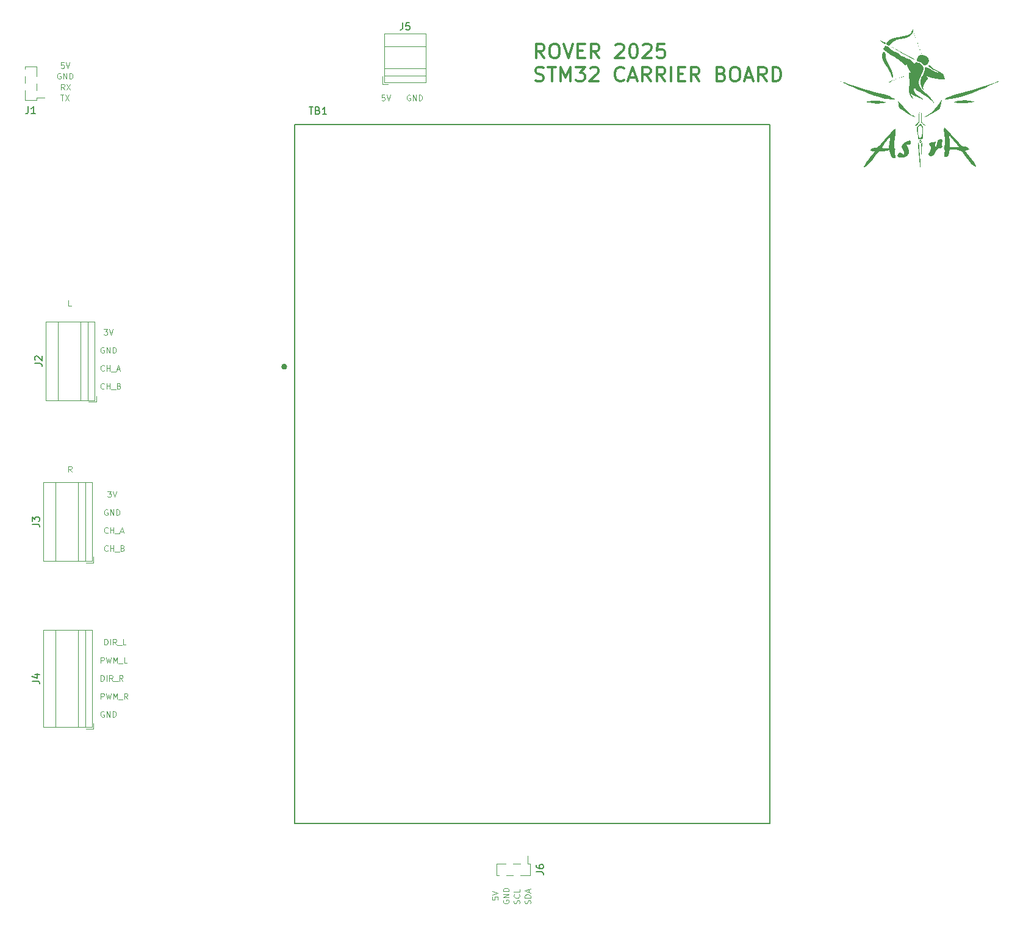
<source format=gbr>
%TF.GenerationSoftware,KiCad,Pcbnew,8.0.6*%
%TF.CreationDate,2025-01-17T17:45:08+05:30*%
%TF.ProjectId,stm32carrier_drive,73746d33-3263-4617-9272-6965725f6472,rev?*%
%TF.SameCoordinates,Original*%
%TF.FileFunction,Legend,Top*%
%TF.FilePolarity,Positive*%
%FSLAX46Y46*%
G04 Gerber Fmt 4.6, Leading zero omitted, Abs format (unit mm)*
G04 Created by KiCad (PCBNEW 8.0.6) date 2025-01-17 17:45:08*
%MOMM*%
%LPD*%
G01*
G04 APERTURE LIST*
%ADD10C,0.125000*%
%ADD11C,0.300000*%
%ADD12C,0.150000*%
%ADD13C,0.000000*%
%ADD14C,0.120000*%
%ADD15C,0.127000*%
%ADD16C,0.400000*%
G04 APERTURE END LIST*
D10*
X72229855Y-111819404D02*
X72191759Y-111857500D01*
X72191759Y-111857500D02*
X72077474Y-111895595D01*
X72077474Y-111895595D02*
X72001283Y-111895595D01*
X72001283Y-111895595D02*
X71886997Y-111857500D01*
X71886997Y-111857500D02*
X71810807Y-111781309D01*
X71810807Y-111781309D02*
X71772712Y-111705119D01*
X71772712Y-111705119D02*
X71734616Y-111552738D01*
X71734616Y-111552738D02*
X71734616Y-111438452D01*
X71734616Y-111438452D02*
X71772712Y-111286071D01*
X71772712Y-111286071D02*
X71810807Y-111209880D01*
X71810807Y-111209880D02*
X71886997Y-111133690D01*
X71886997Y-111133690D02*
X72001283Y-111095595D01*
X72001283Y-111095595D02*
X72077474Y-111095595D01*
X72077474Y-111095595D02*
X72191759Y-111133690D01*
X72191759Y-111133690D02*
X72229855Y-111171785D01*
X72572712Y-111895595D02*
X72572712Y-111095595D01*
X72572712Y-111476547D02*
X73029855Y-111476547D01*
X73029855Y-111895595D02*
X73029855Y-111095595D01*
X73220331Y-111971785D02*
X73829854Y-111971785D01*
X74286997Y-111476547D02*
X74401283Y-111514642D01*
X74401283Y-111514642D02*
X74439378Y-111552738D01*
X74439378Y-111552738D02*
X74477474Y-111628928D01*
X74477474Y-111628928D02*
X74477474Y-111743214D01*
X74477474Y-111743214D02*
X74439378Y-111819404D01*
X74439378Y-111819404D02*
X74401283Y-111857500D01*
X74401283Y-111857500D02*
X74325093Y-111895595D01*
X74325093Y-111895595D02*
X74020331Y-111895595D01*
X74020331Y-111895595D02*
X74020331Y-111095595D01*
X74020331Y-111095595D02*
X74286997Y-111095595D01*
X74286997Y-111095595D02*
X74363188Y-111133690D01*
X74363188Y-111133690D02*
X74401283Y-111171785D01*
X74401283Y-111171785D02*
X74439378Y-111247976D01*
X74439378Y-111247976D02*
X74439378Y-111324166D01*
X74439378Y-111324166D02*
X74401283Y-111400357D01*
X74401283Y-111400357D02*
X74363188Y-111438452D01*
X74363188Y-111438452D02*
X74286997Y-111476547D01*
X74286997Y-111476547D02*
X74020331Y-111476547D01*
X71272712Y-132395595D02*
X71272712Y-131595595D01*
X71272712Y-131595595D02*
X71577474Y-131595595D01*
X71577474Y-131595595D02*
X71653664Y-131633690D01*
X71653664Y-131633690D02*
X71691759Y-131671785D01*
X71691759Y-131671785D02*
X71729855Y-131747976D01*
X71729855Y-131747976D02*
X71729855Y-131862261D01*
X71729855Y-131862261D02*
X71691759Y-131938452D01*
X71691759Y-131938452D02*
X71653664Y-131976547D01*
X71653664Y-131976547D02*
X71577474Y-132014642D01*
X71577474Y-132014642D02*
X71272712Y-132014642D01*
X71996521Y-131595595D02*
X72186997Y-132395595D01*
X72186997Y-132395595D02*
X72339378Y-131824166D01*
X72339378Y-131824166D02*
X72491759Y-132395595D01*
X72491759Y-132395595D02*
X72682236Y-131595595D01*
X72986998Y-132395595D02*
X72986998Y-131595595D01*
X72986998Y-131595595D02*
X73253664Y-132167023D01*
X73253664Y-132167023D02*
X73520331Y-131595595D01*
X73520331Y-131595595D02*
X73520331Y-132395595D01*
X73710808Y-132471785D02*
X74320331Y-132471785D01*
X74967951Y-132395595D02*
X74701284Y-132014642D01*
X74510808Y-132395595D02*
X74510808Y-131595595D01*
X74510808Y-131595595D02*
X74815570Y-131595595D01*
X74815570Y-131595595D02*
X74891760Y-131633690D01*
X74891760Y-131633690D02*
X74929855Y-131671785D01*
X74929855Y-131671785D02*
X74967951Y-131747976D01*
X74967951Y-131747976D02*
X74967951Y-131862261D01*
X74967951Y-131862261D02*
X74929855Y-131938452D01*
X74929855Y-131938452D02*
X74891760Y-131976547D01*
X74891760Y-131976547D02*
X74815570Y-132014642D01*
X74815570Y-132014642D02*
X74510808Y-132014642D01*
X71729855Y-86819404D02*
X71691759Y-86857500D01*
X71691759Y-86857500D02*
X71577474Y-86895595D01*
X71577474Y-86895595D02*
X71501283Y-86895595D01*
X71501283Y-86895595D02*
X71386997Y-86857500D01*
X71386997Y-86857500D02*
X71310807Y-86781309D01*
X71310807Y-86781309D02*
X71272712Y-86705119D01*
X71272712Y-86705119D02*
X71234616Y-86552738D01*
X71234616Y-86552738D02*
X71234616Y-86438452D01*
X71234616Y-86438452D02*
X71272712Y-86286071D01*
X71272712Y-86286071D02*
X71310807Y-86209880D01*
X71310807Y-86209880D02*
X71386997Y-86133690D01*
X71386997Y-86133690D02*
X71501283Y-86095595D01*
X71501283Y-86095595D02*
X71577474Y-86095595D01*
X71577474Y-86095595D02*
X71691759Y-86133690D01*
X71691759Y-86133690D02*
X71729855Y-86171785D01*
X72072712Y-86895595D02*
X72072712Y-86095595D01*
X72072712Y-86476547D02*
X72529855Y-86476547D01*
X72529855Y-86895595D02*
X72529855Y-86095595D01*
X72720331Y-86971785D02*
X73329854Y-86971785D01*
X73482235Y-86667023D02*
X73863188Y-86667023D01*
X73406045Y-86895595D02*
X73672712Y-86095595D01*
X73672712Y-86095595D02*
X73939378Y-86895595D01*
X71729855Y-89319404D02*
X71691759Y-89357500D01*
X71691759Y-89357500D02*
X71577474Y-89395595D01*
X71577474Y-89395595D02*
X71501283Y-89395595D01*
X71501283Y-89395595D02*
X71386997Y-89357500D01*
X71386997Y-89357500D02*
X71310807Y-89281309D01*
X71310807Y-89281309D02*
X71272712Y-89205119D01*
X71272712Y-89205119D02*
X71234616Y-89052738D01*
X71234616Y-89052738D02*
X71234616Y-88938452D01*
X71234616Y-88938452D02*
X71272712Y-88786071D01*
X71272712Y-88786071D02*
X71310807Y-88709880D01*
X71310807Y-88709880D02*
X71386997Y-88633690D01*
X71386997Y-88633690D02*
X71501283Y-88595595D01*
X71501283Y-88595595D02*
X71577474Y-88595595D01*
X71577474Y-88595595D02*
X71691759Y-88633690D01*
X71691759Y-88633690D02*
X71729855Y-88671785D01*
X72072712Y-89395595D02*
X72072712Y-88595595D01*
X72072712Y-88976547D02*
X72529855Y-88976547D01*
X72529855Y-89395595D02*
X72529855Y-88595595D01*
X72720331Y-89471785D02*
X73329854Y-89471785D01*
X73786997Y-88976547D02*
X73901283Y-89014642D01*
X73901283Y-89014642D02*
X73939378Y-89052738D01*
X73939378Y-89052738D02*
X73977474Y-89128928D01*
X73977474Y-89128928D02*
X73977474Y-89243214D01*
X73977474Y-89243214D02*
X73939378Y-89319404D01*
X73939378Y-89319404D02*
X73901283Y-89357500D01*
X73901283Y-89357500D02*
X73825093Y-89395595D01*
X73825093Y-89395595D02*
X73520331Y-89395595D01*
X73520331Y-89395595D02*
X73520331Y-88595595D01*
X73520331Y-88595595D02*
X73786997Y-88595595D01*
X73786997Y-88595595D02*
X73863188Y-88633690D01*
X73863188Y-88633690D02*
X73901283Y-88671785D01*
X73901283Y-88671785D02*
X73939378Y-88747976D01*
X73939378Y-88747976D02*
X73939378Y-88824166D01*
X73939378Y-88824166D02*
X73901283Y-88900357D01*
X73901283Y-88900357D02*
X73863188Y-88938452D01*
X73863188Y-88938452D02*
X73786997Y-88976547D01*
X73786997Y-88976547D02*
X73520331Y-88976547D01*
X114191759Y-48633690D02*
X114115569Y-48595595D01*
X114115569Y-48595595D02*
X114001283Y-48595595D01*
X114001283Y-48595595D02*
X113886997Y-48633690D01*
X113886997Y-48633690D02*
X113810807Y-48709880D01*
X113810807Y-48709880D02*
X113772712Y-48786071D01*
X113772712Y-48786071D02*
X113734616Y-48938452D01*
X113734616Y-48938452D02*
X113734616Y-49052738D01*
X113734616Y-49052738D02*
X113772712Y-49205119D01*
X113772712Y-49205119D02*
X113810807Y-49281309D01*
X113810807Y-49281309D02*
X113886997Y-49357500D01*
X113886997Y-49357500D02*
X114001283Y-49395595D01*
X114001283Y-49395595D02*
X114077474Y-49395595D01*
X114077474Y-49395595D02*
X114191759Y-49357500D01*
X114191759Y-49357500D02*
X114229855Y-49319404D01*
X114229855Y-49319404D02*
X114229855Y-49052738D01*
X114229855Y-49052738D02*
X114077474Y-49052738D01*
X114572712Y-49395595D02*
X114572712Y-48595595D01*
X114572712Y-48595595D02*
X115029855Y-49395595D01*
X115029855Y-49395595D02*
X115029855Y-48595595D01*
X115410807Y-49395595D02*
X115410807Y-48595595D01*
X115410807Y-48595595D02*
X115601283Y-48595595D01*
X115601283Y-48595595D02*
X115715569Y-48633690D01*
X115715569Y-48633690D02*
X115791759Y-48709880D01*
X115791759Y-48709880D02*
X115829854Y-48786071D01*
X115829854Y-48786071D02*
X115867950Y-48938452D01*
X115867950Y-48938452D02*
X115867950Y-49052738D01*
X115867950Y-49052738D02*
X115829854Y-49205119D01*
X115829854Y-49205119D02*
X115791759Y-49281309D01*
X115791759Y-49281309D02*
X115715569Y-49357500D01*
X115715569Y-49357500D02*
X115601283Y-49395595D01*
X115601283Y-49395595D02*
X115410807Y-49395595D01*
X71691759Y-83633690D02*
X71615569Y-83595595D01*
X71615569Y-83595595D02*
X71501283Y-83595595D01*
X71501283Y-83595595D02*
X71386997Y-83633690D01*
X71386997Y-83633690D02*
X71310807Y-83709880D01*
X71310807Y-83709880D02*
X71272712Y-83786071D01*
X71272712Y-83786071D02*
X71234616Y-83938452D01*
X71234616Y-83938452D02*
X71234616Y-84052738D01*
X71234616Y-84052738D02*
X71272712Y-84205119D01*
X71272712Y-84205119D02*
X71310807Y-84281309D01*
X71310807Y-84281309D02*
X71386997Y-84357500D01*
X71386997Y-84357500D02*
X71501283Y-84395595D01*
X71501283Y-84395595D02*
X71577474Y-84395595D01*
X71577474Y-84395595D02*
X71691759Y-84357500D01*
X71691759Y-84357500D02*
X71729855Y-84319404D01*
X71729855Y-84319404D02*
X71729855Y-84052738D01*
X71729855Y-84052738D02*
X71577474Y-84052738D01*
X72072712Y-84395595D02*
X72072712Y-83595595D01*
X72072712Y-83595595D02*
X72529855Y-84395595D01*
X72529855Y-84395595D02*
X72529855Y-83595595D01*
X72910807Y-84395595D02*
X72910807Y-83595595D01*
X72910807Y-83595595D02*
X73101283Y-83595595D01*
X73101283Y-83595595D02*
X73215569Y-83633690D01*
X73215569Y-83633690D02*
X73291759Y-83709880D01*
X73291759Y-83709880D02*
X73329854Y-83786071D01*
X73329854Y-83786071D02*
X73367950Y-83938452D01*
X73367950Y-83938452D02*
X73367950Y-84052738D01*
X73367950Y-84052738D02*
X73329854Y-84205119D01*
X73329854Y-84205119D02*
X73291759Y-84281309D01*
X73291759Y-84281309D02*
X73215569Y-84357500D01*
X73215569Y-84357500D02*
X73101283Y-84395595D01*
X73101283Y-84395595D02*
X72910807Y-84395595D01*
X72191759Y-106133690D02*
X72115569Y-106095595D01*
X72115569Y-106095595D02*
X72001283Y-106095595D01*
X72001283Y-106095595D02*
X71886997Y-106133690D01*
X71886997Y-106133690D02*
X71810807Y-106209880D01*
X71810807Y-106209880D02*
X71772712Y-106286071D01*
X71772712Y-106286071D02*
X71734616Y-106438452D01*
X71734616Y-106438452D02*
X71734616Y-106552738D01*
X71734616Y-106552738D02*
X71772712Y-106705119D01*
X71772712Y-106705119D02*
X71810807Y-106781309D01*
X71810807Y-106781309D02*
X71886997Y-106857500D01*
X71886997Y-106857500D02*
X72001283Y-106895595D01*
X72001283Y-106895595D02*
X72077474Y-106895595D01*
X72077474Y-106895595D02*
X72191759Y-106857500D01*
X72191759Y-106857500D02*
X72229855Y-106819404D01*
X72229855Y-106819404D02*
X72229855Y-106552738D01*
X72229855Y-106552738D02*
X72077474Y-106552738D01*
X72572712Y-106895595D02*
X72572712Y-106095595D01*
X72572712Y-106095595D02*
X73029855Y-106895595D01*
X73029855Y-106895595D02*
X73029855Y-106095595D01*
X73410807Y-106895595D02*
X73410807Y-106095595D01*
X73410807Y-106095595D02*
X73601283Y-106095595D01*
X73601283Y-106095595D02*
X73715569Y-106133690D01*
X73715569Y-106133690D02*
X73791759Y-106209880D01*
X73791759Y-106209880D02*
X73829854Y-106286071D01*
X73829854Y-106286071D02*
X73867950Y-106438452D01*
X73867950Y-106438452D02*
X73867950Y-106552738D01*
X73867950Y-106552738D02*
X73829854Y-106705119D01*
X73829854Y-106705119D02*
X73791759Y-106781309D01*
X73791759Y-106781309D02*
X73715569Y-106857500D01*
X73715569Y-106857500D02*
X73601283Y-106895595D01*
X73601283Y-106895595D02*
X73410807Y-106895595D01*
X66153664Y-44095595D02*
X65772712Y-44095595D01*
X65772712Y-44095595D02*
X65734616Y-44476547D01*
X65734616Y-44476547D02*
X65772712Y-44438452D01*
X65772712Y-44438452D02*
X65848902Y-44400357D01*
X65848902Y-44400357D02*
X66039378Y-44400357D01*
X66039378Y-44400357D02*
X66115569Y-44438452D01*
X66115569Y-44438452D02*
X66153664Y-44476547D01*
X66153664Y-44476547D02*
X66191759Y-44552738D01*
X66191759Y-44552738D02*
X66191759Y-44743214D01*
X66191759Y-44743214D02*
X66153664Y-44819404D01*
X66153664Y-44819404D02*
X66115569Y-44857500D01*
X66115569Y-44857500D02*
X66039378Y-44895595D01*
X66039378Y-44895595D02*
X65848902Y-44895595D01*
X65848902Y-44895595D02*
X65772712Y-44857500D01*
X65772712Y-44857500D02*
X65734616Y-44819404D01*
X66420331Y-44095595D02*
X66686998Y-44895595D01*
X66686998Y-44895595D02*
X66953664Y-44095595D01*
X66229855Y-47895595D02*
X65963188Y-47514642D01*
X65772712Y-47895595D02*
X65772712Y-47095595D01*
X65772712Y-47095595D02*
X66077474Y-47095595D01*
X66077474Y-47095595D02*
X66153664Y-47133690D01*
X66153664Y-47133690D02*
X66191759Y-47171785D01*
X66191759Y-47171785D02*
X66229855Y-47247976D01*
X66229855Y-47247976D02*
X66229855Y-47362261D01*
X66229855Y-47362261D02*
X66191759Y-47438452D01*
X66191759Y-47438452D02*
X66153664Y-47476547D01*
X66153664Y-47476547D02*
X66077474Y-47514642D01*
X66077474Y-47514642D02*
X65772712Y-47514642D01*
X66496521Y-47095595D02*
X67029855Y-47895595D01*
X67029855Y-47095595D02*
X66496521Y-47895595D01*
X71772712Y-124895595D02*
X71772712Y-124095595D01*
X71772712Y-124095595D02*
X71963188Y-124095595D01*
X71963188Y-124095595D02*
X72077474Y-124133690D01*
X72077474Y-124133690D02*
X72153664Y-124209880D01*
X72153664Y-124209880D02*
X72191759Y-124286071D01*
X72191759Y-124286071D02*
X72229855Y-124438452D01*
X72229855Y-124438452D02*
X72229855Y-124552738D01*
X72229855Y-124552738D02*
X72191759Y-124705119D01*
X72191759Y-124705119D02*
X72153664Y-124781309D01*
X72153664Y-124781309D02*
X72077474Y-124857500D01*
X72077474Y-124857500D02*
X71963188Y-124895595D01*
X71963188Y-124895595D02*
X71772712Y-124895595D01*
X72572712Y-124895595D02*
X72572712Y-124095595D01*
X73410807Y-124895595D02*
X73144140Y-124514642D01*
X72953664Y-124895595D02*
X72953664Y-124095595D01*
X72953664Y-124095595D02*
X73258426Y-124095595D01*
X73258426Y-124095595D02*
X73334616Y-124133690D01*
X73334616Y-124133690D02*
X73372711Y-124171785D01*
X73372711Y-124171785D02*
X73410807Y-124247976D01*
X73410807Y-124247976D02*
X73410807Y-124362261D01*
X73410807Y-124362261D02*
X73372711Y-124438452D01*
X73372711Y-124438452D02*
X73334616Y-124476547D01*
X73334616Y-124476547D02*
X73258426Y-124514642D01*
X73258426Y-124514642D02*
X72953664Y-124514642D01*
X73563188Y-124971785D02*
X74172711Y-124971785D01*
X74744140Y-124895595D02*
X74363188Y-124895595D01*
X74363188Y-124895595D02*
X74363188Y-124095595D01*
X110653664Y-48595595D02*
X110272712Y-48595595D01*
X110272712Y-48595595D02*
X110234616Y-48976547D01*
X110234616Y-48976547D02*
X110272712Y-48938452D01*
X110272712Y-48938452D02*
X110348902Y-48900357D01*
X110348902Y-48900357D02*
X110539378Y-48900357D01*
X110539378Y-48900357D02*
X110615569Y-48938452D01*
X110615569Y-48938452D02*
X110653664Y-48976547D01*
X110653664Y-48976547D02*
X110691759Y-49052738D01*
X110691759Y-49052738D02*
X110691759Y-49243214D01*
X110691759Y-49243214D02*
X110653664Y-49319404D01*
X110653664Y-49319404D02*
X110615569Y-49357500D01*
X110615569Y-49357500D02*
X110539378Y-49395595D01*
X110539378Y-49395595D02*
X110348902Y-49395595D01*
X110348902Y-49395595D02*
X110272712Y-49357500D01*
X110272712Y-49357500D02*
X110234616Y-49319404D01*
X110920331Y-48595595D02*
X111186998Y-49395595D01*
X111186998Y-49395595D02*
X111453664Y-48595595D01*
X67153664Y-77895595D02*
X66772712Y-77895595D01*
X66772712Y-77895595D02*
X66772712Y-77095595D01*
X65658426Y-48595595D02*
X66115569Y-48595595D01*
X65886997Y-49395595D02*
X65886997Y-48595595D01*
X66306045Y-48595595D02*
X66839379Y-49395595D01*
X66839379Y-48595595D02*
X66306045Y-49395595D01*
X67229855Y-100895595D02*
X66963188Y-100514642D01*
X66772712Y-100895595D02*
X66772712Y-100095595D01*
X66772712Y-100095595D02*
X67077474Y-100095595D01*
X67077474Y-100095595D02*
X67153664Y-100133690D01*
X67153664Y-100133690D02*
X67191759Y-100171785D01*
X67191759Y-100171785D02*
X67229855Y-100247976D01*
X67229855Y-100247976D02*
X67229855Y-100362261D01*
X67229855Y-100362261D02*
X67191759Y-100438452D01*
X67191759Y-100438452D02*
X67153664Y-100476547D01*
X67153664Y-100476547D02*
X67077474Y-100514642D01*
X67077474Y-100514642D02*
X66772712Y-100514642D01*
X72196521Y-103595595D02*
X72691759Y-103595595D01*
X72691759Y-103595595D02*
X72425093Y-103900357D01*
X72425093Y-103900357D02*
X72539378Y-103900357D01*
X72539378Y-103900357D02*
X72615569Y-103938452D01*
X72615569Y-103938452D02*
X72653664Y-103976547D01*
X72653664Y-103976547D02*
X72691759Y-104052738D01*
X72691759Y-104052738D02*
X72691759Y-104243214D01*
X72691759Y-104243214D02*
X72653664Y-104319404D01*
X72653664Y-104319404D02*
X72615569Y-104357500D01*
X72615569Y-104357500D02*
X72539378Y-104395595D01*
X72539378Y-104395595D02*
X72310807Y-104395595D01*
X72310807Y-104395595D02*
X72234616Y-104357500D01*
X72234616Y-104357500D02*
X72196521Y-104319404D01*
X72920331Y-103595595D02*
X73186998Y-104395595D01*
X73186998Y-104395595D02*
X73453664Y-103595595D01*
X65691759Y-45633690D02*
X65615569Y-45595595D01*
X65615569Y-45595595D02*
X65501283Y-45595595D01*
X65501283Y-45595595D02*
X65386997Y-45633690D01*
X65386997Y-45633690D02*
X65310807Y-45709880D01*
X65310807Y-45709880D02*
X65272712Y-45786071D01*
X65272712Y-45786071D02*
X65234616Y-45938452D01*
X65234616Y-45938452D02*
X65234616Y-46052738D01*
X65234616Y-46052738D02*
X65272712Y-46205119D01*
X65272712Y-46205119D02*
X65310807Y-46281309D01*
X65310807Y-46281309D02*
X65386997Y-46357500D01*
X65386997Y-46357500D02*
X65501283Y-46395595D01*
X65501283Y-46395595D02*
X65577474Y-46395595D01*
X65577474Y-46395595D02*
X65691759Y-46357500D01*
X65691759Y-46357500D02*
X65729855Y-46319404D01*
X65729855Y-46319404D02*
X65729855Y-46052738D01*
X65729855Y-46052738D02*
X65577474Y-46052738D01*
X66072712Y-46395595D02*
X66072712Y-45595595D01*
X66072712Y-45595595D02*
X66529855Y-46395595D01*
X66529855Y-46395595D02*
X66529855Y-45595595D01*
X66910807Y-46395595D02*
X66910807Y-45595595D01*
X66910807Y-45595595D02*
X67101283Y-45595595D01*
X67101283Y-45595595D02*
X67215569Y-45633690D01*
X67215569Y-45633690D02*
X67291759Y-45709880D01*
X67291759Y-45709880D02*
X67329854Y-45786071D01*
X67329854Y-45786071D02*
X67367950Y-45938452D01*
X67367950Y-45938452D02*
X67367950Y-46052738D01*
X67367950Y-46052738D02*
X67329854Y-46205119D01*
X67329854Y-46205119D02*
X67291759Y-46281309D01*
X67291759Y-46281309D02*
X67215569Y-46357500D01*
X67215569Y-46357500D02*
X67101283Y-46395595D01*
X67101283Y-46395595D02*
X66910807Y-46395595D01*
X130857500Y-160765383D02*
X130895595Y-160651097D01*
X130895595Y-160651097D02*
X130895595Y-160460621D01*
X130895595Y-160460621D02*
X130857500Y-160384430D01*
X130857500Y-160384430D02*
X130819404Y-160346335D01*
X130819404Y-160346335D02*
X130743214Y-160308240D01*
X130743214Y-160308240D02*
X130667023Y-160308240D01*
X130667023Y-160308240D02*
X130590833Y-160346335D01*
X130590833Y-160346335D02*
X130552738Y-160384430D01*
X130552738Y-160384430D02*
X130514642Y-160460621D01*
X130514642Y-160460621D02*
X130476547Y-160613002D01*
X130476547Y-160613002D02*
X130438452Y-160689192D01*
X130438452Y-160689192D02*
X130400357Y-160727287D01*
X130400357Y-160727287D02*
X130324166Y-160765383D01*
X130324166Y-160765383D02*
X130247976Y-160765383D01*
X130247976Y-160765383D02*
X130171785Y-160727287D01*
X130171785Y-160727287D02*
X130133690Y-160689192D01*
X130133690Y-160689192D02*
X130095595Y-160613002D01*
X130095595Y-160613002D02*
X130095595Y-160422525D01*
X130095595Y-160422525D02*
X130133690Y-160308240D01*
X130895595Y-159965382D02*
X130095595Y-159965382D01*
X130095595Y-159965382D02*
X130095595Y-159774906D01*
X130095595Y-159774906D02*
X130133690Y-159660620D01*
X130133690Y-159660620D02*
X130209880Y-159584430D01*
X130209880Y-159584430D02*
X130286071Y-159546335D01*
X130286071Y-159546335D02*
X130438452Y-159508239D01*
X130438452Y-159508239D02*
X130552738Y-159508239D01*
X130552738Y-159508239D02*
X130705119Y-159546335D01*
X130705119Y-159546335D02*
X130781309Y-159584430D01*
X130781309Y-159584430D02*
X130857500Y-159660620D01*
X130857500Y-159660620D02*
X130895595Y-159774906D01*
X130895595Y-159774906D02*
X130895595Y-159965382D01*
X130667023Y-159203478D02*
X130667023Y-158822525D01*
X130895595Y-159279668D02*
X130095595Y-159013001D01*
X130095595Y-159013001D02*
X130895595Y-158746335D01*
X125595595Y-159846335D02*
X125595595Y-160227287D01*
X125595595Y-160227287D02*
X125976547Y-160265383D01*
X125976547Y-160265383D02*
X125938452Y-160227287D01*
X125938452Y-160227287D02*
X125900357Y-160151097D01*
X125900357Y-160151097D02*
X125900357Y-159960621D01*
X125900357Y-159960621D02*
X125938452Y-159884430D01*
X125938452Y-159884430D02*
X125976547Y-159846335D01*
X125976547Y-159846335D02*
X126052738Y-159808240D01*
X126052738Y-159808240D02*
X126243214Y-159808240D01*
X126243214Y-159808240D02*
X126319404Y-159846335D01*
X126319404Y-159846335D02*
X126357500Y-159884430D01*
X126357500Y-159884430D02*
X126395595Y-159960621D01*
X126395595Y-159960621D02*
X126395595Y-160151097D01*
X126395595Y-160151097D02*
X126357500Y-160227287D01*
X126357500Y-160227287D02*
X126319404Y-160265383D01*
X125595595Y-159579668D02*
X126395595Y-159313001D01*
X126395595Y-159313001D02*
X125595595Y-159046335D01*
X71696521Y-81095595D02*
X72191759Y-81095595D01*
X72191759Y-81095595D02*
X71925093Y-81400357D01*
X71925093Y-81400357D02*
X72039378Y-81400357D01*
X72039378Y-81400357D02*
X72115569Y-81438452D01*
X72115569Y-81438452D02*
X72153664Y-81476547D01*
X72153664Y-81476547D02*
X72191759Y-81552738D01*
X72191759Y-81552738D02*
X72191759Y-81743214D01*
X72191759Y-81743214D02*
X72153664Y-81819404D01*
X72153664Y-81819404D02*
X72115569Y-81857500D01*
X72115569Y-81857500D02*
X72039378Y-81895595D01*
X72039378Y-81895595D02*
X71810807Y-81895595D01*
X71810807Y-81895595D02*
X71734616Y-81857500D01*
X71734616Y-81857500D02*
X71696521Y-81819404D01*
X72420331Y-81095595D02*
X72686998Y-81895595D01*
X72686998Y-81895595D02*
X72953664Y-81095595D01*
X129357500Y-160765383D02*
X129395595Y-160651097D01*
X129395595Y-160651097D02*
X129395595Y-160460621D01*
X129395595Y-160460621D02*
X129357500Y-160384430D01*
X129357500Y-160384430D02*
X129319404Y-160346335D01*
X129319404Y-160346335D02*
X129243214Y-160308240D01*
X129243214Y-160308240D02*
X129167023Y-160308240D01*
X129167023Y-160308240D02*
X129090833Y-160346335D01*
X129090833Y-160346335D02*
X129052738Y-160384430D01*
X129052738Y-160384430D02*
X129014642Y-160460621D01*
X129014642Y-160460621D02*
X128976547Y-160613002D01*
X128976547Y-160613002D02*
X128938452Y-160689192D01*
X128938452Y-160689192D02*
X128900357Y-160727287D01*
X128900357Y-160727287D02*
X128824166Y-160765383D01*
X128824166Y-160765383D02*
X128747976Y-160765383D01*
X128747976Y-160765383D02*
X128671785Y-160727287D01*
X128671785Y-160727287D02*
X128633690Y-160689192D01*
X128633690Y-160689192D02*
X128595595Y-160613002D01*
X128595595Y-160613002D02*
X128595595Y-160422525D01*
X128595595Y-160422525D02*
X128633690Y-160308240D01*
X129319404Y-159508239D02*
X129357500Y-159546335D01*
X129357500Y-159546335D02*
X129395595Y-159660620D01*
X129395595Y-159660620D02*
X129395595Y-159736811D01*
X129395595Y-159736811D02*
X129357500Y-159851097D01*
X129357500Y-159851097D02*
X129281309Y-159927287D01*
X129281309Y-159927287D02*
X129205119Y-159965382D01*
X129205119Y-159965382D02*
X129052738Y-160003478D01*
X129052738Y-160003478D02*
X128938452Y-160003478D01*
X128938452Y-160003478D02*
X128786071Y-159965382D01*
X128786071Y-159965382D02*
X128709880Y-159927287D01*
X128709880Y-159927287D02*
X128633690Y-159851097D01*
X128633690Y-159851097D02*
X128595595Y-159736811D01*
X128595595Y-159736811D02*
X128595595Y-159660620D01*
X128595595Y-159660620D02*
X128633690Y-159546335D01*
X128633690Y-159546335D02*
X128671785Y-159508239D01*
X129395595Y-158784430D02*
X129395595Y-159165382D01*
X129395595Y-159165382D02*
X128595595Y-159165382D01*
X71272712Y-127395595D02*
X71272712Y-126595595D01*
X71272712Y-126595595D02*
X71577474Y-126595595D01*
X71577474Y-126595595D02*
X71653664Y-126633690D01*
X71653664Y-126633690D02*
X71691759Y-126671785D01*
X71691759Y-126671785D02*
X71729855Y-126747976D01*
X71729855Y-126747976D02*
X71729855Y-126862261D01*
X71729855Y-126862261D02*
X71691759Y-126938452D01*
X71691759Y-126938452D02*
X71653664Y-126976547D01*
X71653664Y-126976547D02*
X71577474Y-127014642D01*
X71577474Y-127014642D02*
X71272712Y-127014642D01*
X71996521Y-126595595D02*
X72186997Y-127395595D01*
X72186997Y-127395595D02*
X72339378Y-126824166D01*
X72339378Y-126824166D02*
X72491759Y-127395595D01*
X72491759Y-127395595D02*
X72682236Y-126595595D01*
X72986998Y-127395595D02*
X72986998Y-126595595D01*
X72986998Y-126595595D02*
X73253664Y-127167023D01*
X73253664Y-127167023D02*
X73520331Y-126595595D01*
X73520331Y-126595595D02*
X73520331Y-127395595D01*
X73710808Y-127471785D02*
X74320331Y-127471785D01*
X74891760Y-127395595D02*
X74510808Y-127395595D01*
X74510808Y-127395595D02*
X74510808Y-126595595D01*
X71691759Y-134133690D02*
X71615569Y-134095595D01*
X71615569Y-134095595D02*
X71501283Y-134095595D01*
X71501283Y-134095595D02*
X71386997Y-134133690D01*
X71386997Y-134133690D02*
X71310807Y-134209880D01*
X71310807Y-134209880D02*
X71272712Y-134286071D01*
X71272712Y-134286071D02*
X71234616Y-134438452D01*
X71234616Y-134438452D02*
X71234616Y-134552738D01*
X71234616Y-134552738D02*
X71272712Y-134705119D01*
X71272712Y-134705119D02*
X71310807Y-134781309D01*
X71310807Y-134781309D02*
X71386997Y-134857500D01*
X71386997Y-134857500D02*
X71501283Y-134895595D01*
X71501283Y-134895595D02*
X71577474Y-134895595D01*
X71577474Y-134895595D02*
X71691759Y-134857500D01*
X71691759Y-134857500D02*
X71729855Y-134819404D01*
X71729855Y-134819404D02*
X71729855Y-134552738D01*
X71729855Y-134552738D02*
X71577474Y-134552738D01*
X72072712Y-134895595D02*
X72072712Y-134095595D01*
X72072712Y-134095595D02*
X72529855Y-134895595D01*
X72529855Y-134895595D02*
X72529855Y-134095595D01*
X72910807Y-134895595D02*
X72910807Y-134095595D01*
X72910807Y-134095595D02*
X73101283Y-134095595D01*
X73101283Y-134095595D02*
X73215569Y-134133690D01*
X73215569Y-134133690D02*
X73291759Y-134209880D01*
X73291759Y-134209880D02*
X73329854Y-134286071D01*
X73329854Y-134286071D02*
X73367950Y-134438452D01*
X73367950Y-134438452D02*
X73367950Y-134552738D01*
X73367950Y-134552738D02*
X73329854Y-134705119D01*
X73329854Y-134705119D02*
X73291759Y-134781309D01*
X73291759Y-134781309D02*
X73215569Y-134857500D01*
X73215569Y-134857500D02*
X73101283Y-134895595D01*
X73101283Y-134895595D02*
X72910807Y-134895595D01*
D11*
X132816415Y-43519750D02*
X132149748Y-42567369D01*
X131673558Y-43519750D02*
X131673558Y-41519750D01*
X131673558Y-41519750D02*
X132435463Y-41519750D01*
X132435463Y-41519750D02*
X132625939Y-41614988D01*
X132625939Y-41614988D02*
X132721177Y-41710226D01*
X132721177Y-41710226D02*
X132816415Y-41900702D01*
X132816415Y-41900702D02*
X132816415Y-42186416D01*
X132816415Y-42186416D02*
X132721177Y-42376892D01*
X132721177Y-42376892D02*
X132625939Y-42472131D01*
X132625939Y-42472131D02*
X132435463Y-42567369D01*
X132435463Y-42567369D02*
X131673558Y-42567369D01*
X134054510Y-41519750D02*
X134435463Y-41519750D01*
X134435463Y-41519750D02*
X134625939Y-41614988D01*
X134625939Y-41614988D02*
X134816415Y-41805464D01*
X134816415Y-41805464D02*
X134911653Y-42186416D01*
X134911653Y-42186416D02*
X134911653Y-42853083D01*
X134911653Y-42853083D02*
X134816415Y-43234035D01*
X134816415Y-43234035D02*
X134625939Y-43424512D01*
X134625939Y-43424512D02*
X134435463Y-43519750D01*
X134435463Y-43519750D02*
X134054510Y-43519750D01*
X134054510Y-43519750D02*
X133864034Y-43424512D01*
X133864034Y-43424512D02*
X133673558Y-43234035D01*
X133673558Y-43234035D02*
X133578320Y-42853083D01*
X133578320Y-42853083D02*
X133578320Y-42186416D01*
X133578320Y-42186416D02*
X133673558Y-41805464D01*
X133673558Y-41805464D02*
X133864034Y-41614988D01*
X133864034Y-41614988D02*
X134054510Y-41519750D01*
X135483082Y-41519750D02*
X136149748Y-43519750D01*
X136149748Y-43519750D02*
X136816415Y-41519750D01*
X137483082Y-42472131D02*
X138149749Y-42472131D01*
X138435463Y-43519750D02*
X137483082Y-43519750D01*
X137483082Y-43519750D02*
X137483082Y-41519750D01*
X137483082Y-41519750D02*
X138435463Y-41519750D01*
X140435463Y-43519750D02*
X139768796Y-42567369D01*
X139292606Y-43519750D02*
X139292606Y-41519750D01*
X139292606Y-41519750D02*
X140054511Y-41519750D01*
X140054511Y-41519750D02*
X140244987Y-41614988D01*
X140244987Y-41614988D02*
X140340225Y-41710226D01*
X140340225Y-41710226D02*
X140435463Y-41900702D01*
X140435463Y-41900702D02*
X140435463Y-42186416D01*
X140435463Y-42186416D02*
X140340225Y-42376892D01*
X140340225Y-42376892D02*
X140244987Y-42472131D01*
X140244987Y-42472131D02*
X140054511Y-42567369D01*
X140054511Y-42567369D02*
X139292606Y-42567369D01*
X142721178Y-41710226D02*
X142816416Y-41614988D01*
X142816416Y-41614988D02*
X143006892Y-41519750D01*
X143006892Y-41519750D02*
X143483083Y-41519750D01*
X143483083Y-41519750D02*
X143673559Y-41614988D01*
X143673559Y-41614988D02*
X143768797Y-41710226D01*
X143768797Y-41710226D02*
X143864035Y-41900702D01*
X143864035Y-41900702D02*
X143864035Y-42091178D01*
X143864035Y-42091178D02*
X143768797Y-42376892D01*
X143768797Y-42376892D02*
X142625940Y-43519750D01*
X142625940Y-43519750D02*
X143864035Y-43519750D01*
X145102130Y-41519750D02*
X145292607Y-41519750D01*
X145292607Y-41519750D02*
X145483083Y-41614988D01*
X145483083Y-41614988D02*
X145578321Y-41710226D01*
X145578321Y-41710226D02*
X145673559Y-41900702D01*
X145673559Y-41900702D02*
X145768797Y-42281654D01*
X145768797Y-42281654D02*
X145768797Y-42757845D01*
X145768797Y-42757845D02*
X145673559Y-43138797D01*
X145673559Y-43138797D02*
X145578321Y-43329273D01*
X145578321Y-43329273D02*
X145483083Y-43424512D01*
X145483083Y-43424512D02*
X145292607Y-43519750D01*
X145292607Y-43519750D02*
X145102130Y-43519750D01*
X145102130Y-43519750D02*
X144911654Y-43424512D01*
X144911654Y-43424512D02*
X144816416Y-43329273D01*
X144816416Y-43329273D02*
X144721178Y-43138797D01*
X144721178Y-43138797D02*
X144625940Y-42757845D01*
X144625940Y-42757845D02*
X144625940Y-42281654D01*
X144625940Y-42281654D02*
X144721178Y-41900702D01*
X144721178Y-41900702D02*
X144816416Y-41710226D01*
X144816416Y-41710226D02*
X144911654Y-41614988D01*
X144911654Y-41614988D02*
X145102130Y-41519750D01*
X146530702Y-41710226D02*
X146625940Y-41614988D01*
X146625940Y-41614988D02*
X146816416Y-41519750D01*
X146816416Y-41519750D02*
X147292607Y-41519750D01*
X147292607Y-41519750D02*
X147483083Y-41614988D01*
X147483083Y-41614988D02*
X147578321Y-41710226D01*
X147578321Y-41710226D02*
X147673559Y-41900702D01*
X147673559Y-41900702D02*
X147673559Y-42091178D01*
X147673559Y-42091178D02*
X147578321Y-42376892D01*
X147578321Y-42376892D02*
X146435464Y-43519750D01*
X146435464Y-43519750D02*
X147673559Y-43519750D01*
X149483083Y-41519750D02*
X148530702Y-41519750D01*
X148530702Y-41519750D02*
X148435464Y-42472131D01*
X148435464Y-42472131D02*
X148530702Y-42376892D01*
X148530702Y-42376892D02*
X148721178Y-42281654D01*
X148721178Y-42281654D02*
X149197369Y-42281654D01*
X149197369Y-42281654D02*
X149387845Y-42376892D01*
X149387845Y-42376892D02*
X149483083Y-42472131D01*
X149483083Y-42472131D02*
X149578321Y-42662607D01*
X149578321Y-42662607D02*
X149578321Y-43138797D01*
X149578321Y-43138797D02*
X149483083Y-43329273D01*
X149483083Y-43329273D02*
X149387845Y-43424512D01*
X149387845Y-43424512D02*
X149197369Y-43519750D01*
X149197369Y-43519750D02*
X148721178Y-43519750D01*
X148721178Y-43519750D02*
X148530702Y-43424512D01*
X148530702Y-43424512D02*
X148435464Y-43329273D01*
X131578320Y-46644400D02*
X131864034Y-46739638D01*
X131864034Y-46739638D02*
X132340225Y-46739638D01*
X132340225Y-46739638D02*
X132530701Y-46644400D01*
X132530701Y-46644400D02*
X132625939Y-46549161D01*
X132625939Y-46549161D02*
X132721177Y-46358685D01*
X132721177Y-46358685D02*
X132721177Y-46168209D01*
X132721177Y-46168209D02*
X132625939Y-45977733D01*
X132625939Y-45977733D02*
X132530701Y-45882495D01*
X132530701Y-45882495D02*
X132340225Y-45787257D01*
X132340225Y-45787257D02*
X131959272Y-45692019D01*
X131959272Y-45692019D02*
X131768796Y-45596780D01*
X131768796Y-45596780D02*
X131673558Y-45501542D01*
X131673558Y-45501542D02*
X131578320Y-45311066D01*
X131578320Y-45311066D02*
X131578320Y-45120590D01*
X131578320Y-45120590D02*
X131673558Y-44930114D01*
X131673558Y-44930114D02*
X131768796Y-44834876D01*
X131768796Y-44834876D02*
X131959272Y-44739638D01*
X131959272Y-44739638D02*
X132435463Y-44739638D01*
X132435463Y-44739638D02*
X132721177Y-44834876D01*
X133292606Y-44739638D02*
X134435463Y-44739638D01*
X133864034Y-46739638D02*
X133864034Y-44739638D01*
X135102130Y-46739638D02*
X135102130Y-44739638D01*
X135102130Y-44739638D02*
X135768797Y-46168209D01*
X135768797Y-46168209D02*
X136435463Y-44739638D01*
X136435463Y-44739638D02*
X136435463Y-46739638D01*
X137197368Y-44739638D02*
X138435463Y-44739638D01*
X138435463Y-44739638D02*
X137768796Y-45501542D01*
X137768796Y-45501542D02*
X138054511Y-45501542D01*
X138054511Y-45501542D02*
X138244987Y-45596780D01*
X138244987Y-45596780D02*
X138340225Y-45692019D01*
X138340225Y-45692019D02*
X138435463Y-45882495D01*
X138435463Y-45882495D02*
X138435463Y-46358685D01*
X138435463Y-46358685D02*
X138340225Y-46549161D01*
X138340225Y-46549161D02*
X138244987Y-46644400D01*
X138244987Y-46644400D02*
X138054511Y-46739638D01*
X138054511Y-46739638D02*
X137483082Y-46739638D01*
X137483082Y-46739638D02*
X137292606Y-46644400D01*
X137292606Y-46644400D02*
X137197368Y-46549161D01*
X139197368Y-44930114D02*
X139292606Y-44834876D01*
X139292606Y-44834876D02*
X139483082Y-44739638D01*
X139483082Y-44739638D02*
X139959273Y-44739638D01*
X139959273Y-44739638D02*
X140149749Y-44834876D01*
X140149749Y-44834876D02*
X140244987Y-44930114D01*
X140244987Y-44930114D02*
X140340225Y-45120590D01*
X140340225Y-45120590D02*
X140340225Y-45311066D01*
X140340225Y-45311066D02*
X140244987Y-45596780D01*
X140244987Y-45596780D02*
X139102130Y-46739638D01*
X139102130Y-46739638D02*
X140340225Y-46739638D01*
X143864035Y-46549161D02*
X143768797Y-46644400D01*
X143768797Y-46644400D02*
X143483083Y-46739638D01*
X143483083Y-46739638D02*
X143292607Y-46739638D01*
X143292607Y-46739638D02*
X143006892Y-46644400D01*
X143006892Y-46644400D02*
X142816416Y-46453923D01*
X142816416Y-46453923D02*
X142721178Y-46263447D01*
X142721178Y-46263447D02*
X142625940Y-45882495D01*
X142625940Y-45882495D02*
X142625940Y-45596780D01*
X142625940Y-45596780D02*
X142721178Y-45215828D01*
X142721178Y-45215828D02*
X142816416Y-45025352D01*
X142816416Y-45025352D02*
X143006892Y-44834876D01*
X143006892Y-44834876D02*
X143292607Y-44739638D01*
X143292607Y-44739638D02*
X143483083Y-44739638D01*
X143483083Y-44739638D02*
X143768797Y-44834876D01*
X143768797Y-44834876D02*
X143864035Y-44930114D01*
X144625940Y-46168209D02*
X145578321Y-46168209D01*
X144435464Y-46739638D02*
X145102130Y-44739638D01*
X145102130Y-44739638D02*
X145768797Y-46739638D01*
X147578321Y-46739638D02*
X146911654Y-45787257D01*
X146435464Y-46739638D02*
X146435464Y-44739638D01*
X146435464Y-44739638D02*
X147197369Y-44739638D01*
X147197369Y-44739638D02*
X147387845Y-44834876D01*
X147387845Y-44834876D02*
X147483083Y-44930114D01*
X147483083Y-44930114D02*
X147578321Y-45120590D01*
X147578321Y-45120590D02*
X147578321Y-45406304D01*
X147578321Y-45406304D02*
X147483083Y-45596780D01*
X147483083Y-45596780D02*
X147387845Y-45692019D01*
X147387845Y-45692019D02*
X147197369Y-45787257D01*
X147197369Y-45787257D02*
X146435464Y-45787257D01*
X149578321Y-46739638D02*
X148911654Y-45787257D01*
X148435464Y-46739638D02*
X148435464Y-44739638D01*
X148435464Y-44739638D02*
X149197369Y-44739638D01*
X149197369Y-44739638D02*
X149387845Y-44834876D01*
X149387845Y-44834876D02*
X149483083Y-44930114D01*
X149483083Y-44930114D02*
X149578321Y-45120590D01*
X149578321Y-45120590D02*
X149578321Y-45406304D01*
X149578321Y-45406304D02*
X149483083Y-45596780D01*
X149483083Y-45596780D02*
X149387845Y-45692019D01*
X149387845Y-45692019D02*
X149197369Y-45787257D01*
X149197369Y-45787257D02*
X148435464Y-45787257D01*
X150435464Y-46739638D02*
X150435464Y-44739638D01*
X151387845Y-45692019D02*
X152054512Y-45692019D01*
X152340226Y-46739638D02*
X151387845Y-46739638D01*
X151387845Y-46739638D02*
X151387845Y-44739638D01*
X151387845Y-44739638D02*
X152340226Y-44739638D01*
X154340226Y-46739638D02*
X153673559Y-45787257D01*
X153197369Y-46739638D02*
X153197369Y-44739638D01*
X153197369Y-44739638D02*
X153959274Y-44739638D01*
X153959274Y-44739638D02*
X154149750Y-44834876D01*
X154149750Y-44834876D02*
X154244988Y-44930114D01*
X154244988Y-44930114D02*
X154340226Y-45120590D01*
X154340226Y-45120590D02*
X154340226Y-45406304D01*
X154340226Y-45406304D02*
X154244988Y-45596780D01*
X154244988Y-45596780D02*
X154149750Y-45692019D01*
X154149750Y-45692019D02*
X153959274Y-45787257D01*
X153959274Y-45787257D02*
X153197369Y-45787257D01*
X157387846Y-45692019D02*
X157673560Y-45787257D01*
X157673560Y-45787257D02*
X157768798Y-45882495D01*
X157768798Y-45882495D02*
X157864036Y-46072971D01*
X157864036Y-46072971D02*
X157864036Y-46358685D01*
X157864036Y-46358685D02*
X157768798Y-46549161D01*
X157768798Y-46549161D02*
X157673560Y-46644400D01*
X157673560Y-46644400D02*
X157483084Y-46739638D01*
X157483084Y-46739638D02*
X156721179Y-46739638D01*
X156721179Y-46739638D02*
X156721179Y-44739638D01*
X156721179Y-44739638D02*
X157387846Y-44739638D01*
X157387846Y-44739638D02*
X157578322Y-44834876D01*
X157578322Y-44834876D02*
X157673560Y-44930114D01*
X157673560Y-44930114D02*
X157768798Y-45120590D01*
X157768798Y-45120590D02*
X157768798Y-45311066D01*
X157768798Y-45311066D02*
X157673560Y-45501542D01*
X157673560Y-45501542D02*
X157578322Y-45596780D01*
X157578322Y-45596780D02*
X157387846Y-45692019D01*
X157387846Y-45692019D02*
X156721179Y-45692019D01*
X159102131Y-44739638D02*
X159483084Y-44739638D01*
X159483084Y-44739638D02*
X159673560Y-44834876D01*
X159673560Y-44834876D02*
X159864036Y-45025352D01*
X159864036Y-45025352D02*
X159959274Y-45406304D01*
X159959274Y-45406304D02*
X159959274Y-46072971D01*
X159959274Y-46072971D02*
X159864036Y-46453923D01*
X159864036Y-46453923D02*
X159673560Y-46644400D01*
X159673560Y-46644400D02*
X159483084Y-46739638D01*
X159483084Y-46739638D02*
X159102131Y-46739638D01*
X159102131Y-46739638D02*
X158911655Y-46644400D01*
X158911655Y-46644400D02*
X158721179Y-46453923D01*
X158721179Y-46453923D02*
X158625941Y-46072971D01*
X158625941Y-46072971D02*
X158625941Y-45406304D01*
X158625941Y-45406304D02*
X158721179Y-45025352D01*
X158721179Y-45025352D02*
X158911655Y-44834876D01*
X158911655Y-44834876D02*
X159102131Y-44739638D01*
X160721179Y-46168209D02*
X161673560Y-46168209D01*
X160530703Y-46739638D02*
X161197369Y-44739638D01*
X161197369Y-44739638D02*
X161864036Y-46739638D01*
X163673560Y-46739638D02*
X163006893Y-45787257D01*
X162530703Y-46739638D02*
X162530703Y-44739638D01*
X162530703Y-44739638D02*
X163292608Y-44739638D01*
X163292608Y-44739638D02*
X163483084Y-44834876D01*
X163483084Y-44834876D02*
X163578322Y-44930114D01*
X163578322Y-44930114D02*
X163673560Y-45120590D01*
X163673560Y-45120590D02*
X163673560Y-45406304D01*
X163673560Y-45406304D02*
X163578322Y-45596780D01*
X163578322Y-45596780D02*
X163483084Y-45692019D01*
X163483084Y-45692019D02*
X163292608Y-45787257D01*
X163292608Y-45787257D02*
X162530703Y-45787257D01*
X164530703Y-46739638D02*
X164530703Y-44739638D01*
X164530703Y-44739638D02*
X165006893Y-44739638D01*
X165006893Y-44739638D02*
X165292608Y-44834876D01*
X165292608Y-44834876D02*
X165483084Y-45025352D01*
X165483084Y-45025352D02*
X165578322Y-45215828D01*
X165578322Y-45215828D02*
X165673560Y-45596780D01*
X165673560Y-45596780D02*
X165673560Y-45882495D01*
X165673560Y-45882495D02*
X165578322Y-46263447D01*
X165578322Y-46263447D02*
X165483084Y-46453923D01*
X165483084Y-46453923D02*
X165292608Y-46644400D01*
X165292608Y-46644400D02*
X165006893Y-46739638D01*
X165006893Y-46739638D02*
X164530703Y-46739638D01*
D10*
X127133690Y-160308240D02*
X127095595Y-160384430D01*
X127095595Y-160384430D02*
X127095595Y-160498716D01*
X127095595Y-160498716D02*
X127133690Y-160613002D01*
X127133690Y-160613002D02*
X127209880Y-160689192D01*
X127209880Y-160689192D02*
X127286071Y-160727287D01*
X127286071Y-160727287D02*
X127438452Y-160765383D01*
X127438452Y-160765383D02*
X127552738Y-160765383D01*
X127552738Y-160765383D02*
X127705119Y-160727287D01*
X127705119Y-160727287D02*
X127781309Y-160689192D01*
X127781309Y-160689192D02*
X127857500Y-160613002D01*
X127857500Y-160613002D02*
X127895595Y-160498716D01*
X127895595Y-160498716D02*
X127895595Y-160422525D01*
X127895595Y-160422525D02*
X127857500Y-160308240D01*
X127857500Y-160308240D02*
X127819404Y-160270144D01*
X127819404Y-160270144D02*
X127552738Y-160270144D01*
X127552738Y-160270144D02*
X127552738Y-160422525D01*
X127895595Y-159927287D02*
X127095595Y-159927287D01*
X127095595Y-159927287D02*
X127895595Y-159470144D01*
X127895595Y-159470144D02*
X127095595Y-159470144D01*
X127895595Y-159089192D02*
X127095595Y-159089192D01*
X127095595Y-159089192D02*
X127095595Y-158898716D01*
X127095595Y-158898716D02*
X127133690Y-158784430D01*
X127133690Y-158784430D02*
X127209880Y-158708240D01*
X127209880Y-158708240D02*
X127286071Y-158670145D01*
X127286071Y-158670145D02*
X127438452Y-158632049D01*
X127438452Y-158632049D02*
X127552738Y-158632049D01*
X127552738Y-158632049D02*
X127705119Y-158670145D01*
X127705119Y-158670145D02*
X127781309Y-158708240D01*
X127781309Y-158708240D02*
X127857500Y-158784430D01*
X127857500Y-158784430D02*
X127895595Y-158898716D01*
X127895595Y-158898716D02*
X127895595Y-159089192D01*
X71272712Y-129895595D02*
X71272712Y-129095595D01*
X71272712Y-129095595D02*
X71463188Y-129095595D01*
X71463188Y-129095595D02*
X71577474Y-129133690D01*
X71577474Y-129133690D02*
X71653664Y-129209880D01*
X71653664Y-129209880D02*
X71691759Y-129286071D01*
X71691759Y-129286071D02*
X71729855Y-129438452D01*
X71729855Y-129438452D02*
X71729855Y-129552738D01*
X71729855Y-129552738D02*
X71691759Y-129705119D01*
X71691759Y-129705119D02*
X71653664Y-129781309D01*
X71653664Y-129781309D02*
X71577474Y-129857500D01*
X71577474Y-129857500D02*
X71463188Y-129895595D01*
X71463188Y-129895595D02*
X71272712Y-129895595D01*
X72072712Y-129895595D02*
X72072712Y-129095595D01*
X72910807Y-129895595D02*
X72644140Y-129514642D01*
X72453664Y-129895595D02*
X72453664Y-129095595D01*
X72453664Y-129095595D02*
X72758426Y-129095595D01*
X72758426Y-129095595D02*
X72834616Y-129133690D01*
X72834616Y-129133690D02*
X72872711Y-129171785D01*
X72872711Y-129171785D02*
X72910807Y-129247976D01*
X72910807Y-129247976D02*
X72910807Y-129362261D01*
X72910807Y-129362261D02*
X72872711Y-129438452D01*
X72872711Y-129438452D02*
X72834616Y-129476547D01*
X72834616Y-129476547D02*
X72758426Y-129514642D01*
X72758426Y-129514642D02*
X72453664Y-129514642D01*
X73063188Y-129971785D02*
X73672711Y-129971785D01*
X74320331Y-129895595D02*
X74053664Y-129514642D01*
X73863188Y-129895595D02*
X73863188Y-129095595D01*
X73863188Y-129095595D02*
X74167950Y-129095595D01*
X74167950Y-129095595D02*
X74244140Y-129133690D01*
X74244140Y-129133690D02*
X74282235Y-129171785D01*
X74282235Y-129171785D02*
X74320331Y-129247976D01*
X74320331Y-129247976D02*
X74320331Y-129362261D01*
X74320331Y-129362261D02*
X74282235Y-129438452D01*
X74282235Y-129438452D02*
X74244140Y-129476547D01*
X74244140Y-129476547D02*
X74167950Y-129514642D01*
X74167950Y-129514642D02*
X73863188Y-129514642D01*
X72229855Y-109319404D02*
X72191759Y-109357500D01*
X72191759Y-109357500D02*
X72077474Y-109395595D01*
X72077474Y-109395595D02*
X72001283Y-109395595D01*
X72001283Y-109395595D02*
X71886997Y-109357500D01*
X71886997Y-109357500D02*
X71810807Y-109281309D01*
X71810807Y-109281309D02*
X71772712Y-109205119D01*
X71772712Y-109205119D02*
X71734616Y-109052738D01*
X71734616Y-109052738D02*
X71734616Y-108938452D01*
X71734616Y-108938452D02*
X71772712Y-108786071D01*
X71772712Y-108786071D02*
X71810807Y-108709880D01*
X71810807Y-108709880D02*
X71886997Y-108633690D01*
X71886997Y-108633690D02*
X72001283Y-108595595D01*
X72001283Y-108595595D02*
X72077474Y-108595595D01*
X72077474Y-108595595D02*
X72191759Y-108633690D01*
X72191759Y-108633690D02*
X72229855Y-108671785D01*
X72572712Y-109395595D02*
X72572712Y-108595595D01*
X72572712Y-108976547D02*
X73029855Y-108976547D01*
X73029855Y-109395595D02*
X73029855Y-108595595D01*
X73220331Y-109471785D02*
X73829854Y-109471785D01*
X73982235Y-109167023D02*
X74363188Y-109167023D01*
X73906045Y-109395595D02*
X74172712Y-108595595D01*
X74172712Y-108595595D02*
X74439378Y-109395595D01*
D12*
X61191666Y-50204819D02*
X61191666Y-50919104D01*
X61191666Y-50919104D02*
X61144047Y-51061961D01*
X61144047Y-51061961D02*
X61048809Y-51157200D01*
X61048809Y-51157200D02*
X60905952Y-51204819D01*
X60905952Y-51204819D02*
X60810714Y-51204819D01*
X62191666Y-51204819D02*
X61620238Y-51204819D01*
X61905952Y-51204819D02*
X61905952Y-50204819D01*
X61905952Y-50204819D02*
X61810714Y-50347676D01*
X61810714Y-50347676D02*
X61715476Y-50442914D01*
X61715476Y-50442914D02*
X61620238Y-50490533D01*
X113161666Y-38584819D02*
X113161666Y-39299104D01*
X113161666Y-39299104D02*
X113114047Y-39441961D01*
X113114047Y-39441961D02*
X113018809Y-39537200D01*
X113018809Y-39537200D02*
X112875952Y-39584819D01*
X112875952Y-39584819D02*
X112780714Y-39584819D01*
X114114047Y-38584819D02*
X113637857Y-38584819D01*
X113637857Y-38584819D02*
X113590238Y-39061009D01*
X113590238Y-39061009D02*
X113637857Y-39013390D01*
X113637857Y-39013390D02*
X113733095Y-38965771D01*
X113733095Y-38965771D02*
X113971190Y-38965771D01*
X113971190Y-38965771D02*
X114066428Y-39013390D01*
X114066428Y-39013390D02*
X114114047Y-39061009D01*
X114114047Y-39061009D02*
X114161666Y-39156247D01*
X114161666Y-39156247D02*
X114161666Y-39394342D01*
X114161666Y-39394342D02*
X114114047Y-39489580D01*
X114114047Y-39489580D02*
X114066428Y-39537200D01*
X114066428Y-39537200D02*
X113971190Y-39584819D01*
X113971190Y-39584819D02*
X113733095Y-39584819D01*
X113733095Y-39584819D02*
X113637857Y-39537200D01*
X113637857Y-39537200D02*
X113590238Y-39489580D01*
X61734819Y-108143333D02*
X62449104Y-108143333D01*
X62449104Y-108143333D02*
X62591961Y-108190952D01*
X62591961Y-108190952D02*
X62687200Y-108286190D01*
X62687200Y-108286190D02*
X62734819Y-108429047D01*
X62734819Y-108429047D02*
X62734819Y-108524285D01*
X61734819Y-107762380D02*
X61734819Y-107143333D01*
X61734819Y-107143333D02*
X62115771Y-107476666D01*
X62115771Y-107476666D02*
X62115771Y-107333809D01*
X62115771Y-107333809D02*
X62163390Y-107238571D01*
X62163390Y-107238571D02*
X62211009Y-107190952D01*
X62211009Y-107190952D02*
X62306247Y-107143333D01*
X62306247Y-107143333D02*
X62544342Y-107143333D01*
X62544342Y-107143333D02*
X62639580Y-107190952D01*
X62639580Y-107190952D02*
X62687200Y-107238571D01*
X62687200Y-107238571D02*
X62734819Y-107333809D01*
X62734819Y-107333809D02*
X62734819Y-107619523D01*
X62734819Y-107619523D02*
X62687200Y-107714761D01*
X62687200Y-107714761D02*
X62639580Y-107762380D01*
X62084819Y-85833333D02*
X62799104Y-85833333D01*
X62799104Y-85833333D02*
X62941961Y-85880952D01*
X62941961Y-85880952D02*
X63037200Y-85976190D01*
X63037200Y-85976190D02*
X63084819Y-86119047D01*
X63084819Y-86119047D02*
X63084819Y-86214285D01*
X62180057Y-85404761D02*
X62132438Y-85357142D01*
X62132438Y-85357142D02*
X62084819Y-85261904D01*
X62084819Y-85261904D02*
X62084819Y-85023809D01*
X62084819Y-85023809D02*
X62132438Y-84928571D01*
X62132438Y-84928571D02*
X62180057Y-84880952D01*
X62180057Y-84880952D02*
X62275295Y-84833333D01*
X62275295Y-84833333D02*
X62370533Y-84833333D01*
X62370533Y-84833333D02*
X62513390Y-84880952D01*
X62513390Y-84880952D02*
X63084819Y-85452380D01*
X63084819Y-85452380D02*
X63084819Y-84833333D01*
X131704819Y-156358333D02*
X132419104Y-156358333D01*
X132419104Y-156358333D02*
X132561961Y-156405952D01*
X132561961Y-156405952D02*
X132657200Y-156501190D01*
X132657200Y-156501190D02*
X132704819Y-156644047D01*
X132704819Y-156644047D02*
X132704819Y-156739285D01*
X131704819Y-155453571D02*
X131704819Y-155644047D01*
X131704819Y-155644047D02*
X131752438Y-155739285D01*
X131752438Y-155739285D02*
X131800057Y-155786904D01*
X131800057Y-155786904D02*
X131942914Y-155882142D01*
X131942914Y-155882142D02*
X132133390Y-155929761D01*
X132133390Y-155929761D02*
X132514342Y-155929761D01*
X132514342Y-155929761D02*
X132609580Y-155882142D01*
X132609580Y-155882142D02*
X132657200Y-155834523D01*
X132657200Y-155834523D02*
X132704819Y-155739285D01*
X132704819Y-155739285D02*
X132704819Y-155548809D01*
X132704819Y-155548809D02*
X132657200Y-155453571D01*
X132657200Y-155453571D02*
X132609580Y-155405952D01*
X132609580Y-155405952D02*
X132514342Y-155358333D01*
X132514342Y-155358333D02*
X132276247Y-155358333D01*
X132276247Y-155358333D02*
X132181009Y-155405952D01*
X132181009Y-155405952D02*
X132133390Y-155453571D01*
X132133390Y-155453571D02*
X132085771Y-155548809D01*
X132085771Y-155548809D02*
X132085771Y-155739285D01*
X132085771Y-155739285D02*
X132133390Y-155834523D01*
X132133390Y-155834523D02*
X132181009Y-155882142D01*
X132181009Y-155882142D02*
X132276247Y-155929761D01*
X100162445Y-50276653D02*
X100734247Y-50276653D01*
X100448346Y-51277307D02*
X100448346Y-50276653D01*
X101401350Y-50753155D02*
X101544300Y-50800805D01*
X101544300Y-50800805D02*
X101591951Y-50848455D01*
X101591951Y-50848455D02*
X101639601Y-50943755D01*
X101639601Y-50943755D02*
X101639601Y-51086706D01*
X101639601Y-51086706D02*
X101591951Y-51182006D01*
X101591951Y-51182006D02*
X101544300Y-51229657D01*
X101544300Y-51229657D02*
X101449000Y-51277307D01*
X101449000Y-51277307D02*
X101067798Y-51277307D01*
X101067798Y-51277307D02*
X101067798Y-50276653D01*
X101067798Y-50276653D02*
X101401350Y-50276653D01*
X101401350Y-50276653D02*
X101496650Y-50324303D01*
X101496650Y-50324303D02*
X101544300Y-50371953D01*
X101544300Y-50371953D02*
X101591951Y-50467253D01*
X101591951Y-50467253D02*
X101591951Y-50562554D01*
X101591951Y-50562554D02*
X101544300Y-50657854D01*
X101544300Y-50657854D02*
X101496650Y-50705504D01*
X101496650Y-50705504D02*
X101401350Y-50753155D01*
X101401350Y-50753155D02*
X101067798Y-50753155D01*
X102592605Y-51277307D02*
X102020802Y-51277307D01*
X102306703Y-51277307D02*
X102306703Y-50276653D01*
X102306703Y-50276653D02*
X102211403Y-50419603D01*
X102211403Y-50419603D02*
X102116103Y-50514904D01*
X102116103Y-50514904D02*
X102020802Y-50562554D01*
X61734819Y-129913333D02*
X62449104Y-129913333D01*
X62449104Y-129913333D02*
X62591961Y-129960952D01*
X62591961Y-129960952D02*
X62687200Y-130056190D01*
X62687200Y-130056190D02*
X62734819Y-130199047D01*
X62734819Y-130199047D02*
X62734819Y-130294285D01*
X62068152Y-129008571D02*
X62734819Y-129008571D01*
X61687200Y-129246666D02*
X62401485Y-129484761D01*
X62401485Y-129484761D02*
X62401485Y-128865714D01*
D13*
%TO.C,G\u002A\u002A\u002A*%
G36*
X174054941Y-46739131D02*
G01*
X174004743Y-46789329D01*
X173954546Y-46739131D01*
X174004743Y-46688933D01*
X174054941Y-46739131D01*
G37*
G36*
X181383795Y-46538340D02*
G01*
X181333597Y-46588538D01*
X181283400Y-46538340D01*
X181333597Y-46488143D01*
X181383795Y-46538340D01*
G37*
G36*
X181885771Y-46337550D02*
G01*
X181835573Y-46387748D01*
X181785376Y-46337550D01*
X181835573Y-46287352D01*
X181885771Y-46337550D01*
G37*
G36*
X182186957Y-46237155D02*
G01*
X182136759Y-46287352D01*
X182086562Y-46237155D01*
X182136759Y-46186957D01*
X182186957Y-46237155D01*
G37*
G36*
X182990119Y-45935969D02*
G01*
X182939921Y-45986166D01*
X182889724Y-45935969D01*
X182939921Y-45885771D01*
X182990119Y-45935969D01*
G37*
G36*
X183291305Y-45835574D02*
G01*
X183241107Y-45885771D01*
X183190909Y-45835574D01*
X183241107Y-45785376D01*
X183291305Y-45835574D01*
G37*
G36*
X184194862Y-40113044D02*
G01*
X184144664Y-40163242D01*
X184094467Y-40113044D01*
X184144664Y-40062846D01*
X184194862Y-40113044D01*
G37*
G36*
X184395653Y-40615020D02*
G01*
X184345455Y-40665218D01*
X184295257Y-40615020D01*
X184345455Y-40564823D01*
X184395653Y-40615020D01*
G37*
G36*
X184496048Y-40916206D02*
G01*
X184445850Y-40966404D01*
X184395653Y-40916206D01*
X184445850Y-40866008D01*
X184496048Y-40916206D01*
G37*
G36*
X184797234Y-41819763D02*
G01*
X184747036Y-41869961D01*
X184696838Y-41819763D01*
X184747036Y-41769566D01*
X184797234Y-41819763D01*
G37*
G36*
X184897629Y-42020554D02*
G01*
X184847431Y-42070751D01*
X184797234Y-42020554D01*
X184847431Y-41970356D01*
X184897629Y-42020554D01*
G37*
G36*
X184998024Y-42321740D02*
G01*
X184947826Y-42371937D01*
X184897629Y-42321740D01*
X184947826Y-42271542D01*
X184998024Y-42321740D01*
G37*
G36*
X185198815Y-42823716D02*
G01*
X185148617Y-42873914D01*
X185098419Y-42823716D01*
X185148617Y-42773518D01*
X185198815Y-42823716D01*
G37*
G36*
X181651515Y-46421213D02*
G01*
X181637734Y-46480897D01*
X181584585Y-46488143D01*
X181501949Y-46451410D01*
X181517655Y-46421213D01*
X181636801Y-46409197D01*
X181651515Y-46421213D01*
G37*
G36*
X182454678Y-46120027D02*
G01*
X182440896Y-46179712D01*
X182387747Y-46186957D01*
X182305111Y-46150224D01*
X182320817Y-46120027D01*
X182439963Y-46108011D01*
X182454678Y-46120027D01*
G37*
G36*
X182755863Y-46019632D02*
G01*
X182742082Y-46079316D01*
X182688933Y-46086562D01*
X182606296Y-46049829D01*
X182622003Y-46019632D01*
X182741149Y-46007616D01*
X182755863Y-46019632D01*
G37*
G36*
X184261792Y-40297102D02*
G01*
X184273808Y-40416248D01*
X184261792Y-40430962D01*
X184202107Y-40417181D01*
X184194862Y-40364032D01*
X184231595Y-40281395D01*
X184261792Y-40297102D01*
G37*
G36*
X184562978Y-41100264D02*
G01*
X184574993Y-41219410D01*
X184562978Y-41234124D01*
X184503293Y-41220343D01*
X184496048Y-41167194D01*
X184532781Y-41084557D01*
X184562978Y-41100264D01*
G37*
G36*
X184663373Y-41401450D02*
G01*
X184675389Y-41520595D01*
X184663373Y-41535310D01*
X184603688Y-41521529D01*
X184596443Y-41468380D01*
X184633176Y-41385743D01*
X184663373Y-41401450D01*
G37*
G36*
X184964559Y-50938999D02*
G01*
X184976574Y-51058145D01*
X184964559Y-51072860D01*
X184904874Y-51059078D01*
X184897629Y-51005929D01*
X184934362Y-50923293D01*
X184964559Y-50938999D01*
G37*
G36*
X185064954Y-42505798D02*
G01*
X185076970Y-42624943D01*
X185064954Y-42639658D01*
X185005269Y-42625877D01*
X184998024Y-42572728D01*
X185034757Y-42490091D01*
X185064954Y-42505798D01*
G37*
G36*
X179803343Y-41185970D02*
G01*
X180042778Y-41290333D01*
X180171814Y-41406694D01*
X180179052Y-41435027D01*
X180143934Y-41548006D01*
X180023088Y-41527905D01*
X179793272Y-41368594D01*
X179728047Y-41316108D01*
X179427635Y-41070662D01*
X179803343Y-41185970D01*
G37*
G36*
X181094522Y-41926375D02*
G01*
X181239112Y-42017361D01*
X181375774Y-42135470D01*
X181350766Y-42154105D01*
X181176983Y-42073003D01*
X181082609Y-42020554D01*
X180938145Y-41919754D01*
X180934633Y-41873707D01*
X180937926Y-41873518D01*
X181094522Y-41926375D01*
G37*
G36*
X181099137Y-46548555D02*
G01*
X181107211Y-46643674D01*
X181013320Y-46745576D01*
X180807236Y-46870963D01*
X180680850Y-46851661D01*
X180631541Y-46790479D01*
X180647662Y-46733337D01*
X180725165Y-46750697D01*
X180888605Y-46726571D01*
X180941690Y-46649729D01*
X181038764Y-46541741D01*
X181099137Y-46548555D01*
G37*
G36*
X185267084Y-55359027D02*
G01*
X185256899Y-55624446D01*
X185232845Y-56005695D01*
X185203598Y-56383381D01*
X185112109Y-57481423D01*
X185140011Y-56455996D01*
X185146089Y-55956959D01*
X185131064Y-55643870D01*
X185093751Y-55502877D01*
X185057870Y-55496414D01*
X185023177Y-55486479D01*
X185087627Y-55389969D01*
X185210325Y-55267639D01*
X185261257Y-55251508D01*
X185267084Y-55359027D01*
G37*
G36*
X179246080Y-49451594D02*
G01*
X179718806Y-49492940D01*
X180083547Y-49553826D01*
X180193664Y-49586153D01*
X180256384Y-49633080D01*
X180164163Y-49677695D01*
X179900090Y-49725079D01*
X179607683Y-49762179D01*
X179001732Y-49806222D01*
X178449474Y-49777469D01*
X178008753Y-49709083D01*
X177217392Y-49561931D01*
X177819763Y-49474808D01*
X178232581Y-49439527D01*
X178729346Y-49432789D01*
X179246080Y-49451594D01*
G37*
G36*
X191427457Y-49355119D02*
G01*
X191674707Y-49390547D01*
X192015691Y-49438591D01*
X192176285Y-49461003D01*
X192678261Y-49530809D01*
X192075890Y-49661617D01*
X191117214Y-49775349D01*
X190082067Y-49713993D01*
X190017787Y-49704860D01*
X189773036Y-49653649D01*
X189688272Y-49600154D01*
X189716601Y-49575035D01*
X189943777Y-49512513D01*
X190296858Y-49449185D01*
X190701412Y-49394620D01*
X191083011Y-49358384D01*
X191367221Y-49350044D01*
X191427457Y-49355119D01*
G37*
G36*
X185082211Y-54869957D02*
G01*
X185109751Y-54892518D01*
X185165960Y-55050830D01*
X185092735Y-55190772D01*
X184998024Y-55222530D01*
X184869263Y-55149399D01*
X184842025Y-55113387D01*
X184835005Y-55021740D01*
X184897629Y-55021740D01*
X184974027Y-55119217D01*
X184998024Y-55122135D01*
X185095502Y-55045737D01*
X185098419Y-55021740D01*
X185022021Y-54924262D01*
X184998024Y-54921344D01*
X184900546Y-54997743D01*
X184897629Y-55021740D01*
X184835005Y-55021740D01*
X184830297Y-54960277D01*
X184936517Y-54857554D01*
X185082211Y-54869957D01*
G37*
G36*
X185600058Y-43112712D02*
G01*
X185931557Y-43303247D01*
X186127916Y-43583217D01*
X186179690Y-43902838D01*
X186077434Y-44212326D01*
X185851384Y-44437512D01*
X185705812Y-44503093D01*
X185563378Y-44465764D01*
X185358244Y-44305078D01*
X185322725Y-44273330D01*
X185056785Y-44086003D01*
X184799122Y-43984598D01*
X184738687Y-43978261D01*
X184557167Y-43951631D01*
X184527347Y-43835523D01*
X184547446Y-43752372D01*
X184620594Y-43495265D01*
X184658709Y-43359182D01*
X184803784Y-43176162D01*
X185076729Y-43074351D01*
X185415415Y-43070015D01*
X185600058Y-43112712D01*
G37*
G36*
X181724640Y-42307180D02*
G01*
X181986166Y-42444235D01*
X182330121Y-42632090D01*
X182774298Y-42873274D01*
X183241992Y-43126175D01*
X183416799Y-43220393D01*
X183787374Y-43423853D01*
X184080696Y-43592416D01*
X184258971Y-43703924D01*
X184295257Y-43735404D01*
X184267330Y-43770651D01*
X184168831Y-43751222D01*
X183977684Y-43666607D01*
X183671810Y-43506291D01*
X183229133Y-43259764D01*
X182884000Y-43063419D01*
X182428672Y-42800016D01*
X182033014Y-42565242D01*
X181731427Y-42379952D01*
X181558311Y-42265002D01*
X181534388Y-42245194D01*
X181560134Y-42234488D01*
X181724640Y-42307180D01*
G37*
G36*
X184817779Y-51136131D02*
G01*
X184859815Y-51297105D01*
X184888343Y-51586951D01*
X184896091Y-51844108D01*
X184885037Y-52194332D01*
X184832073Y-52420504D01*
X184710935Y-52598753D01*
X184596443Y-52712649D01*
X184412720Y-52857535D01*
X184306291Y-52889376D01*
X184295257Y-52864870D01*
X184371978Y-52723492D01*
X184556500Y-52564569D01*
X184557044Y-52564212D01*
X184694946Y-52459676D01*
X184769401Y-52337359D01*
X184794917Y-52141270D01*
X184786001Y-51815415D01*
X184779918Y-51704013D01*
X184770757Y-51383172D01*
X184782843Y-51178716D01*
X184813523Y-51130422D01*
X184817779Y-51136131D01*
G37*
G36*
X185180616Y-51054661D02*
G01*
X185203983Y-51174377D01*
X185213860Y-51435607D01*
X185209083Y-51746523D01*
X185203776Y-52103988D01*
X185232569Y-52324466D01*
X185313913Y-52471155D01*
X185458659Y-52601283D01*
X185629383Y-52753710D01*
X185693933Y-52849027D01*
X185691019Y-52855649D01*
X185595098Y-52826244D01*
X185410448Y-52702738D01*
X185368715Y-52670162D01*
X185222045Y-52538919D01*
X185139691Y-52400876D01*
X185105660Y-52198018D01*
X185103961Y-51872330D01*
X185107889Y-51723934D01*
X185124574Y-51381521D01*
X185149202Y-51142655D01*
X185176832Y-51052803D01*
X185180616Y-51054661D01*
G37*
G36*
X187965552Y-49388756D02*
G01*
X187950459Y-49616693D01*
X187935137Y-49776087D01*
X187867017Y-50114457D01*
X187721982Y-50399365D01*
X187470539Y-50663734D01*
X187083192Y-50940483D01*
X186676038Y-51181451D01*
X186321845Y-51372484D01*
X186016917Y-51522207D01*
X185784152Y-51622863D01*
X185646447Y-51666695D01*
X185626698Y-51645945D01*
X185747803Y-51552858D01*
X185951779Y-51426810D01*
X186438029Y-51075579D01*
X186945993Y-50598496D01*
X187417382Y-50053868D01*
X187657239Y-49720701D01*
X187820769Y-49480258D01*
X187933040Y-49327648D01*
X187960693Y-49299210D01*
X187965552Y-49388756D01*
G37*
G36*
X182062904Y-49587871D02*
G01*
X182155692Y-49694349D01*
X182632676Y-50248049D01*
X183101826Y-50739094D01*
X183532019Y-51137504D01*
X183892134Y-51413297D01*
X184014539Y-51485118D01*
X184231557Y-51609151D01*
X184320112Y-51687643D01*
X184295257Y-51702432D01*
X184134146Y-51655915D01*
X183858201Y-51537497D01*
X183536359Y-51377540D01*
X183129190Y-51149076D01*
X182711206Y-50893799D01*
X182457110Y-50725019D01*
X182180625Y-50512724D01*
X182038387Y-50339224D01*
X181989107Y-50145830D01*
X181986166Y-50055562D01*
X181969624Y-49762714D01*
X181929846Y-49533452D01*
X181929802Y-49533310D01*
X181949618Y-49490952D01*
X182062904Y-49587871D01*
G37*
G36*
X180117013Y-42758727D02*
G01*
X180236672Y-42958543D01*
X180236091Y-43153542D01*
X180234434Y-43412035D01*
X180336391Y-43782000D01*
X180524838Y-44214472D01*
X180739984Y-44594261D01*
X181001240Y-45085208D01*
X181166642Y-45560516D01*
X181220569Y-45967671D01*
X181198853Y-46136972D01*
X181152953Y-46276769D01*
X181110779Y-46276497D01*
X181052867Y-46115198D01*
X180999871Y-45922693D01*
X180873397Y-45586288D01*
X180670583Y-45183839D01*
X180460577Y-44841231D01*
X180071799Y-44225338D01*
X179826305Y-43721217D01*
X179715973Y-43308758D01*
X179722578Y-43014228D01*
X179799767Y-42786352D01*
X179905009Y-42675245D01*
X179920320Y-42673123D01*
X180117013Y-42758727D01*
G37*
G36*
X184751459Y-55247682D02*
G01*
X184797797Y-55380982D01*
X184838848Y-55652327D01*
X184862480Y-55950449D01*
X184889939Y-56344976D01*
X184935471Y-56848991D01*
X184990745Y-57372934D01*
X185010291Y-57539809D01*
X185051486Y-57944718D01*
X185073238Y-58291507D01*
X185076860Y-58554393D01*
X185063666Y-58707592D01*
X185034969Y-58725322D01*
X184992085Y-58581799D01*
X184964664Y-58435178D01*
X184928739Y-58162693D01*
X184888675Y-57769205D01*
X184852457Y-57334134D01*
X184848588Y-57280633D01*
X184811394Y-56782785D01*
X184769150Y-56256349D01*
X184731855Y-55824902D01*
X184712656Y-55507425D01*
X184719549Y-55300067D01*
X184751025Y-55247279D01*
X184751459Y-55247682D01*
G37*
G36*
X183648652Y-55027954D02*
G01*
X183662078Y-55250131D01*
X183642403Y-55323824D01*
X183495160Y-55491407D01*
X183326549Y-55523716D01*
X183074138Y-55523716D01*
X183289674Y-55872461D01*
X183465328Y-56293259D01*
X183450096Y-56668447D01*
X183245808Y-56986110D01*
X183100766Y-57101736D01*
X182778655Y-57253320D01*
X182423196Y-57325234D01*
X182106080Y-57310451D01*
X181913614Y-57218120D01*
X181852147Y-57054821D01*
X181907133Y-56872259D01*
X182071941Y-56637670D01*
X182260454Y-56601678D01*
X182444072Y-56735230D01*
X182641156Y-56907351D01*
X182755806Y-56914786D01*
X182782712Y-56778237D01*
X182716568Y-56518405D01*
X182579214Y-56208206D01*
X182451819Y-55869433D01*
X182475232Y-55598024D01*
X182664400Y-55348086D01*
X182924972Y-55146477D01*
X183255116Y-54969952D01*
X183504670Y-54932503D01*
X183648652Y-55027954D01*
G37*
G36*
X183940710Y-39424717D02*
G01*
X183986695Y-39611068D01*
X184007482Y-39816419D01*
X183938802Y-39996161D01*
X183750401Y-40218995D01*
X183693366Y-40277119D01*
X183399028Y-40523940D01*
X183068355Y-40677432D01*
X182733766Y-40760885D01*
X182168495Y-40879727D01*
X181759183Y-40985750D01*
X181463232Y-41096015D01*
X181238046Y-41227581D01*
X181041029Y-41397510D01*
X180974323Y-41465553D01*
X180753972Y-41682237D01*
X180610594Y-41768414D01*
X180491907Y-41747228D01*
X180429658Y-41706674D01*
X180305632Y-41574631D01*
X180331413Y-41413383D01*
X180366299Y-41344055D01*
X180657652Y-41012755D01*
X181130820Y-40762640D01*
X181783472Y-40594852D01*
X181945799Y-40569809D01*
X182650984Y-40453767D01*
X183176511Y-40321562D01*
X183543441Y-40162419D01*
X183772832Y-39965560D01*
X183885745Y-39720212D01*
X183905554Y-39567038D01*
X183917409Y-39406087D01*
X183940710Y-39424717D01*
G37*
G36*
X195846401Y-46755620D02*
G01*
X195614540Y-46875137D01*
X195198706Y-47070643D01*
X194599209Y-47341974D01*
X193816357Y-47688965D01*
X193280633Y-47923851D01*
X192334448Y-48312746D01*
X191413396Y-48644611D01*
X190553964Y-48908303D01*
X189792639Y-49092677D01*
X189165907Y-49186591D01*
X189139328Y-49188669D01*
X188760489Y-49214060D01*
X188472693Y-49228173D01*
X188322509Y-49228924D01*
X188311068Y-49225732D01*
X188399060Y-49144838D01*
X188632757Y-49020692D01*
X188966741Y-48871595D01*
X189355593Y-48715846D01*
X189753896Y-48571747D01*
X190116231Y-48457596D01*
X190369170Y-48396468D01*
X190819984Y-48298620D01*
X191413487Y-48146349D01*
X192103502Y-47953389D01*
X192843848Y-47733472D01*
X193588347Y-47500330D01*
X194290819Y-47267697D01*
X194905086Y-47049305D01*
X194927956Y-47040766D01*
X195435069Y-46854667D01*
X195756975Y-46745220D01*
X195893983Y-46712260D01*
X195846401Y-46755620D01*
G37*
G36*
X174289447Y-46841943D02*
G01*
X174535854Y-46916246D01*
X174881673Y-47034041D01*
X175066596Y-47100716D01*
X175955375Y-47412542D01*
X176885350Y-47713904D01*
X177800695Y-47988114D01*
X178645587Y-48218485D01*
X179364200Y-48388329D01*
X179396870Y-48395152D01*
X179949933Y-48518256D01*
X180371472Y-48638406D01*
X180728814Y-48780510D01*
X181089283Y-48969478D01*
X181320612Y-49106886D01*
X181464544Y-49196260D01*
X181528911Y-49252035D01*
X181489460Y-49276980D01*
X181321940Y-49273862D01*
X181002100Y-49245448D01*
X180530435Y-49197067D01*
X180148878Y-49133955D01*
X179647802Y-49017967D01*
X179095830Y-48866361D01*
X178622925Y-48717339D01*
X178238541Y-48579799D01*
X177763365Y-48397965D01*
X177226608Y-48184299D01*
X176657483Y-47951261D01*
X176085203Y-47711312D01*
X175538979Y-47476914D01*
X175048025Y-47260526D01*
X174641552Y-47074611D01*
X174348773Y-46931629D01*
X174198901Y-46844041D01*
X174186621Y-46824974D01*
X174289447Y-46841943D01*
G37*
G36*
X187995491Y-54763532D02*
G01*
X188091011Y-54916933D01*
X188054166Y-55112242D01*
X188028572Y-55171404D01*
X187962083Y-55418027D01*
X188035866Y-55629955D01*
X188108022Y-55801935D01*
X188033969Y-55912854D01*
X188009882Y-55929359D01*
X187791051Y-55989905D01*
X187654419Y-55979856D01*
X187489329Y-55995421D01*
X187338368Y-56152489D01*
X187252838Y-56297997D01*
X186959034Y-56773828D01*
X186694137Y-57052651D01*
X186456067Y-57135847D01*
X186242745Y-57024794D01*
X186210713Y-56989021D01*
X186156254Y-56849358D01*
X186218829Y-56652606D01*
X186298440Y-56512144D01*
X186468550Y-56126498D01*
X186481662Y-55803702D01*
X186336850Y-55573158D01*
X186328261Y-55566641D01*
X186221080Y-55423045D01*
X186312114Y-55299081D01*
X186599589Y-55196454D01*
X186745420Y-55166049D01*
X187137481Y-55093944D01*
X187074021Y-55584917D01*
X187042163Y-55866625D01*
X187049303Y-55978609D01*
X187103660Y-55949562D01*
X187158838Y-55881010D01*
X187265499Y-55641051D01*
X187307115Y-55361221D01*
X187368022Y-55080481D01*
X187520323Y-54852036D01*
X187718388Y-54715504D01*
X187916588Y-54710504D01*
X187995491Y-54763532D01*
G37*
G36*
X185182992Y-52748561D02*
G01*
X185197763Y-52761894D01*
X185308306Y-52898407D01*
X185370096Y-53092900D01*
X185395421Y-53400230D01*
X185398234Y-53656865D01*
X185385195Y-54193779D01*
X185346344Y-54544288D01*
X185278423Y-54721509D01*
X185178170Y-54738558D01*
X185136354Y-54710377D01*
X184973229Y-54649016D01*
X184854541Y-54714653D01*
X184761237Y-54757930D01*
X184703487Y-54669292D01*
X184660260Y-54415058D01*
X184658499Y-54400661D01*
X184593546Y-53859595D01*
X184562751Y-53563946D01*
X184699552Y-53563946D01*
X184732364Y-54047997D01*
X184759168Y-54230683D01*
X184851520Y-54489618D01*
X184988477Y-54585779D01*
X185127377Y-54510851D01*
X185212035Y-54318973D01*
X185273933Y-53946787D01*
X185288988Y-53555282D01*
X185260055Y-53207745D01*
X185189991Y-52967460D01*
X185148617Y-52913439D01*
X184962833Y-52837450D01*
X184821551Y-52935792D01*
X184731536Y-53185584D01*
X184699552Y-53563946D01*
X184562751Y-53563946D01*
X184554143Y-53481301D01*
X184542395Y-53229138D01*
X184560405Y-53066460D01*
X184610278Y-52956624D01*
X184694118Y-52862987D01*
X184749810Y-52810437D01*
X184925117Y-52660831D01*
X185041528Y-52643238D01*
X185182992Y-52748561D01*
G37*
G36*
X186318165Y-44533103D02*
G01*
X186534236Y-44708652D01*
X186589413Y-44765435D01*
X186867823Y-44987976D01*
X187205137Y-45163642D01*
X187257163Y-45182239D01*
X187783911Y-45420242D01*
X188162593Y-45731373D01*
X188373539Y-46095882D01*
X188411463Y-46341131D01*
X188322028Y-46438661D01*
X188077399Y-46477842D01*
X187713087Y-46463159D01*
X187264604Y-46399095D01*
X186767462Y-46290132D01*
X186257174Y-46140754D01*
X185951779Y-46030596D01*
X185816568Y-45985074D01*
X185825454Y-46032874D01*
X185929703Y-46156080D01*
X186031989Y-46291848D01*
X186032777Y-46405585D01*
X185916709Y-46563374D01*
X185807409Y-46682272D01*
X185599295Y-46974795D01*
X185458025Y-47305857D01*
X185405814Y-47607603D01*
X185445777Y-47786767D01*
X185471480Y-47885121D01*
X185454252Y-47893676D01*
X185370127Y-47816533D01*
X185233961Y-47625339D01*
X185197714Y-47567392D01*
X185032289Y-47167734D01*
X185018180Y-46734520D01*
X185158292Y-46234933D01*
X185351985Y-45823820D01*
X185540699Y-45426358D01*
X185640595Y-45122089D01*
X185646405Y-44969018D01*
X185663480Y-44824317D01*
X185807290Y-44777046D01*
X186031279Y-44823212D01*
X186288889Y-44958819D01*
X186385249Y-45032412D01*
X186606183Y-45194940D01*
X186775815Y-45279838D01*
X186799518Y-45283400D01*
X186962580Y-45326612D01*
X187201903Y-45431616D01*
X187221035Y-45441395D01*
X187440725Y-45532746D01*
X187575510Y-45547982D01*
X187582948Y-45543008D01*
X187531994Y-45475685D01*
X187341171Y-45361784D01*
X187146938Y-45268926D01*
X186759087Y-45077393D01*
X186427563Y-44877275D01*
X186194625Y-44697178D01*
X186102529Y-44565713D01*
X186102372Y-44561753D01*
X186162283Y-44479149D01*
X186318165Y-44533103D01*
G37*
G36*
X188484578Y-53186148D02*
G01*
X188679281Y-53385772D01*
X188960339Y-53688907D01*
X189305274Y-54071358D01*
X189645016Y-54455695D01*
X190075638Y-54942979D01*
X190398760Y-55295863D01*
X190635870Y-55533830D01*
X190808453Y-55676362D01*
X190937994Y-55742943D01*
X191045981Y-55753054D01*
X191071485Y-55749165D01*
X191304152Y-55764516D01*
X191557869Y-55860395D01*
X191756395Y-55998715D01*
X191824902Y-56125531D01*
X191738893Y-56214523D01*
X191531353Y-56297234D01*
X191525009Y-56298909D01*
X191225116Y-56377076D01*
X191789367Y-57079842D01*
X192182994Y-57584835D01*
X192478982Y-57995818D01*
X192664837Y-58294420D01*
X192728084Y-58460277D01*
X192668643Y-58544678D01*
X192505469Y-58489098D01*
X192263664Y-58307563D01*
X192009435Y-58058696D01*
X191712553Y-57715238D01*
X191386741Y-57299897D01*
X191141590Y-56958757D01*
X190936725Y-56665590D01*
X190764183Y-56470353D01*
X190574312Y-56348454D01*
X190317458Y-56275301D01*
X189943970Y-56226302D01*
X189597976Y-56194225D01*
X189127968Y-56152301D01*
X189010537Y-56641809D01*
X188911204Y-56961032D01*
X188788754Y-57130289D01*
X188657990Y-57190328D01*
X188411898Y-57217368D01*
X188297673Y-57123840D01*
X188299703Y-56886626D01*
X188337257Y-56715449D01*
X188392591Y-56375410D01*
X188346437Y-56148334D01*
X188328785Y-56117150D01*
X188271586Y-55936220D01*
X188313123Y-55873829D01*
X188363742Y-55743463D01*
X188392694Y-55457776D01*
X188399739Y-55061090D01*
X188384641Y-54597725D01*
X188351511Y-54168380D01*
X188997275Y-54168380D01*
X189055752Y-54507214D01*
X189091925Y-54822373D01*
X189112462Y-55205963D01*
X189114230Y-55335475D01*
X189114230Y-55824902D01*
X189723262Y-55824902D01*
X190332295Y-55824902D01*
X189848757Y-55215536D01*
X189588433Y-54889138D01*
X189353684Y-54597696D01*
X189191589Y-54399628D01*
X189181246Y-54387275D01*
X188997275Y-54168380D01*
X188351511Y-54168380D01*
X188347161Y-54112005D01*
X188323718Y-53904224D01*
X188284179Y-53480303D01*
X188296619Y-53227161D01*
X188363292Y-53121040D01*
X188398708Y-53114230D01*
X188484578Y-53186148D01*
G37*
G36*
X181547921Y-53345286D02*
G01*
X181562409Y-53464185D01*
X181555510Y-53742442D01*
X181529279Y-54139998D01*
X181485771Y-54616795D01*
X181479705Y-54675346D01*
X181426702Y-55211684D01*
X181400013Y-55581748D01*
X181399752Y-55818339D01*
X181426033Y-55954258D01*
X181478972Y-56022305D01*
X181484419Y-56025834D01*
X181568405Y-56133196D01*
X181504885Y-56251745D01*
X181438032Y-56445368D01*
X181486241Y-56735611D01*
X181576125Y-57106465D01*
X181578074Y-57319761D01*
X181484928Y-57401769D01*
X181309504Y-57383952D01*
X181077902Y-57296344D01*
X180937644Y-57142568D01*
X180849566Y-56867589D01*
X180816867Y-56691728D01*
X180752040Y-56303613D01*
X180300941Y-56365443D01*
X179934785Y-56404987D01*
X179587507Y-56426155D01*
X179516211Y-56427273D01*
X179330772Y-56445406D01*
X179177047Y-56523637D01*
X179011715Y-56697717D01*
X178791455Y-57003396D01*
X178757264Y-57053579D01*
X178390325Y-57562455D01*
X178034005Y-57999438D01*
X177708444Y-58344890D01*
X177433780Y-58579175D01*
X177230151Y-58682653D01*
X177123579Y-58646620D01*
X177153979Y-58523590D01*
X177296126Y-58276882D01*
X177530395Y-57934667D01*
X177837164Y-57525120D01*
X178196809Y-57076412D01*
X178319779Y-56929249D01*
X178701192Y-56477471D01*
X178385972Y-56446011D01*
X178147840Y-56378762D01*
X178071726Y-56262971D01*
X178135349Y-56129797D01*
X178316431Y-56010400D01*
X178592696Y-55935940D01*
X178758274Y-55925297D01*
X178896822Y-55904977D01*
X178910324Y-55898177D01*
X179728331Y-55898177D01*
X179839256Y-55979747D01*
X180089529Y-56012345D01*
X180283003Y-56018636D01*
X180637942Y-56025692D01*
X180749739Y-55197431D01*
X180798840Y-54816595D01*
X180832334Y-54522998D01*
X180844958Y-54364235D01*
X180843519Y-54349379D01*
X180777950Y-54413954D01*
X180615826Y-54603827D01*
X180384556Y-54886340D01*
X180211594Y-55102344D01*
X179916505Y-55485204D01*
X179754749Y-55741905D01*
X179728331Y-55898177D01*
X178910324Y-55898177D01*
X179047710Y-55828983D01*
X179237067Y-55674768D01*
X179491019Y-55419783D01*
X179835694Y-55041480D01*
X180008812Y-54846048D01*
X180502455Y-54291038D01*
X180882239Y-53876646D01*
X181162471Y-53588924D01*
X181357455Y-53413924D01*
X181481496Y-53337696D01*
X181547921Y-53345286D01*
G37*
G36*
X180444629Y-41901745D02*
G01*
X180698394Y-42060858D01*
X180883124Y-42222917D01*
X181043654Y-42355170D01*
X181320099Y-42529583D01*
X181584585Y-42673123D01*
X181904116Y-42848131D01*
X182159548Y-43012649D01*
X182275858Y-43111053D01*
X182433595Y-43220975D01*
X182719170Y-43356065D01*
X183033642Y-43474064D01*
X183530295Y-43680440D01*
X183887898Y-43939518D01*
X184168068Y-44296966D01*
X184188059Y-44329645D01*
X184275797Y-44465297D01*
X184284454Y-44420016D01*
X184261366Y-44304546D01*
X184261897Y-44132731D01*
X184400115Y-44079860D01*
X184450525Y-44078657D01*
X184879623Y-44171044D01*
X185215555Y-44433011D01*
X185350511Y-44647336D01*
X185436559Y-44871011D01*
X185454191Y-45082313D01*
X185393460Y-45330949D01*
X185244418Y-45666626D01*
X185084772Y-45975200D01*
X184876428Y-46455057D01*
X184807678Y-46880108D01*
X184887813Y-47281648D01*
X185126123Y-47690971D01*
X185531898Y-48139374D01*
X185801219Y-48388659D01*
X186184619Y-48753138D01*
X186505232Y-49103134D01*
X186740580Y-49409442D01*
X186868185Y-49642859D01*
X186866788Y-49773002D01*
X186810473Y-49756674D01*
X186805139Y-49712405D01*
X186722464Y-49542337D01*
X186496942Y-49304792D01*
X186162326Y-49027841D01*
X185752370Y-48739552D01*
X185324570Y-48481134D01*
X184955524Y-48258763D01*
X184635343Y-48035218D01*
X184422841Y-47852256D01*
X184397288Y-47822756D01*
X184252792Y-47664249D01*
X184171797Y-47661505D01*
X184137638Y-47725193D01*
X184140787Y-47984491D01*
X184311799Y-48290552D01*
X184631951Y-48615958D01*
X184869005Y-48796142D01*
X185151381Y-48994294D01*
X185364664Y-49149182D01*
X185454449Y-49220193D01*
X185438970Y-49247737D01*
X185286468Y-49207065D01*
X185041108Y-49116488D01*
X184747056Y-48994317D01*
X184448479Y-48858863D01*
X184189543Y-48728437D01*
X184019934Y-48625454D01*
X183694413Y-48386599D01*
X183791324Y-48641494D01*
X183918787Y-48918664D01*
X184061555Y-49173096D01*
X184234874Y-49449803D01*
X183954341Y-49198815D01*
X183641517Y-48863131D01*
X183475014Y-48516895D01*
X183432447Y-48095305D01*
X183458883Y-47764363D01*
X183514924Y-47144520D01*
X183511651Y-46601669D01*
X183447666Y-46020549D01*
X183436881Y-45949466D01*
X183397063Y-45660850D01*
X183406302Y-45526829D01*
X183480886Y-45503901D01*
X183592311Y-45534331D01*
X183823394Y-45607674D01*
X183620422Y-45320043D01*
X183458809Y-45064426D01*
X183265216Y-44721955D01*
X183151896Y-44505336D01*
X183001916Y-44223740D01*
X182884552Y-44032497D01*
X182834302Y-43978261D01*
X182832930Y-44051715D01*
X182886191Y-44172452D01*
X182985498Y-44404102D01*
X182958013Y-44485655D01*
X182808774Y-44418465D01*
X182542818Y-44203888D01*
X182354878Y-44029542D01*
X182043153Y-43762054D01*
X181722996Y-43535999D01*
X181522287Y-43427502D01*
X181197517Y-43255781D01*
X180874921Y-43032652D01*
X180834984Y-42999739D01*
X180539321Y-42773076D01*
X180235835Y-42575785D01*
X180193883Y-42552298D01*
X179947384Y-42369525D01*
X179890666Y-42171397D01*
X180010637Y-41927553D01*
X180118413Y-41812685D01*
X180243552Y-41809510D01*
X180444629Y-41901745D01*
G37*
D14*
%TO.C,J1*%
X60715000Y-44990000D02*
X60715000Y-44690000D01*
X60715000Y-46990000D02*
X60715000Y-46010000D01*
X60715000Y-49310000D02*
X60715000Y-48010000D01*
X62335000Y-44690000D02*
X60715000Y-44690000D01*
X62335000Y-45990000D02*
X62335000Y-44690000D01*
X62335000Y-47990000D02*
X62335000Y-47010000D01*
X62335000Y-49310000D02*
X60715000Y-49310000D01*
X62335000Y-49310000D02*
X62335000Y-49010000D01*
X63415000Y-49010000D02*
X62335000Y-49010000D01*
%TO.C,J5*%
X110345000Y-46070000D02*
X110345000Y-47110000D01*
X110345000Y-47110000D02*
X111145000Y-47110000D01*
X110585000Y-40130000D02*
X110585000Y-46870000D01*
X110585000Y-40130000D02*
X116405000Y-40130000D01*
X110585000Y-41849000D02*
X116405000Y-41849000D01*
X110585000Y-44950000D02*
X116405000Y-44950000D01*
X110585000Y-45950000D02*
X116405000Y-45950000D01*
X110585000Y-46870000D02*
X116405000Y-46870000D01*
X116405000Y-40130000D02*
X116405000Y-46870000D01*
%TO.C,J3*%
X63280000Y-102360000D02*
X70020000Y-102360000D01*
X63280000Y-113260000D02*
X63280000Y-102360000D01*
X63280000Y-113260000D02*
X70020000Y-113260000D01*
X64999000Y-113260000D02*
X64999000Y-102360000D01*
X68100000Y-113260000D02*
X68100000Y-102360000D01*
X69100000Y-113260000D02*
X69100000Y-102360000D01*
X69220000Y-113500000D02*
X70260000Y-113500000D01*
X70020000Y-113260000D02*
X70020000Y-102360000D01*
X70260000Y-113500000D02*
X70260000Y-112700000D01*
%TO.C,J2*%
X63630000Y-80050000D02*
X70370000Y-80050000D01*
X63630000Y-90950000D02*
X63630000Y-80050000D01*
X63630000Y-90950000D02*
X70370000Y-90950000D01*
X65349000Y-90950000D02*
X65349000Y-80050000D01*
X68450000Y-90950000D02*
X68450000Y-80050000D01*
X69450000Y-90950000D02*
X69450000Y-80050000D01*
X69570000Y-91190000D02*
X70610000Y-91190000D01*
X70370000Y-90950000D02*
X70370000Y-80050000D01*
X70610000Y-91190000D02*
X70610000Y-90390000D01*
%TO.C,J6*%
X126190000Y-155215000D02*
X126190000Y-156835000D01*
X126490000Y-156835000D02*
X126190000Y-156835000D01*
X127490000Y-155215000D02*
X126190000Y-155215000D01*
X128490000Y-156835000D02*
X127510000Y-156835000D01*
X129490000Y-155215000D02*
X128510000Y-155215000D01*
X130510000Y-154135000D02*
X130510000Y-155215000D01*
X130810000Y-155215000D02*
X130510000Y-155215000D01*
X130810000Y-155215000D02*
X130810000Y-156835000D01*
X130810000Y-156835000D02*
X129510000Y-156835000D01*
D15*
%TO.C,TB1*%
X98130000Y-52680000D02*
X164130000Y-52680000D01*
X98130000Y-149680000D02*
X98130000Y-52680000D01*
X98130000Y-149680000D02*
X164130000Y-149680000D01*
X164130000Y-149680000D02*
X164130000Y-52680000D01*
D16*
X96920000Y-86300000D02*
G75*
G02*
X96520000Y-86300000I-200000J0D01*
G01*
X96520000Y-86300000D02*
G75*
G02*
X96920000Y-86300000I200000J0D01*
G01*
D14*
%TO.C,J4*%
X63280000Y-122860000D02*
X70020000Y-122860000D01*
X63280000Y-136300000D02*
X63280000Y-122860000D01*
X63280000Y-136300000D02*
X70020000Y-136300000D01*
X64999000Y-136300000D02*
X64999000Y-122860000D01*
X68100000Y-136300000D02*
X68100000Y-122860000D01*
X69100000Y-136300000D02*
X69100000Y-122860000D01*
X69220000Y-136540000D02*
X70260000Y-136540000D01*
X70020000Y-136300000D02*
X70020000Y-122860000D01*
X70260000Y-136540000D02*
X70260000Y-135740000D01*
%TD*%
M02*

</source>
